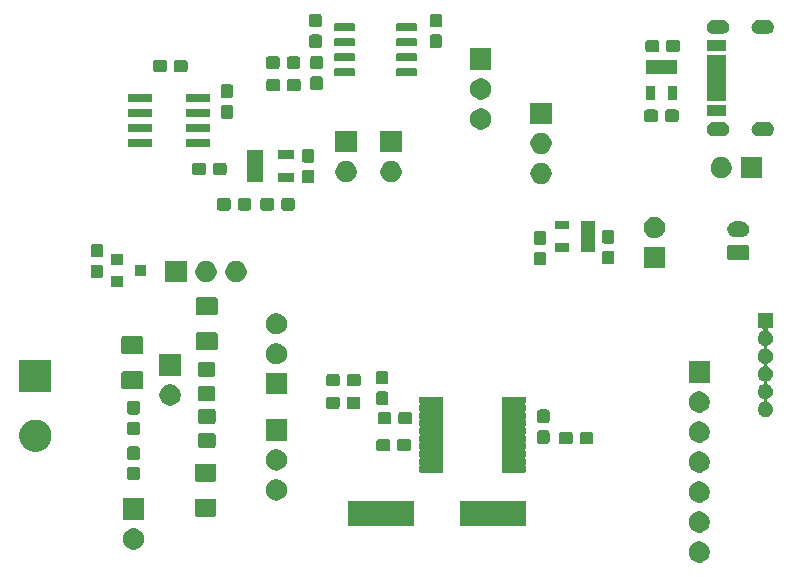
<source format=gts>
G04 #@! TF.GenerationSoftware,KiCad,Pcbnew,(5.1.5-0)*
G04 #@! TF.CreationDate,2022-02-20T15:53:08-07:00*
G04 #@! TF.ProjectId,cs5530,63733535-3330-42e6-9b69-6361645f7063,rev?*
G04 #@! TF.SameCoordinates,Original*
G04 #@! TF.FileFunction,Soldermask,Top*
G04 #@! TF.FilePolarity,Negative*
%FSLAX46Y46*%
G04 Gerber Fmt 4.6, Leading zero omitted, Abs format (unit mm)*
G04 Created by KiCad (PCBNEW (5.1.5-0)) date 2022-02-20 15:53:08*
%MOMM*%
%LPD*%
G04 APERTURE LIST*
%ADD10C,0.100000*%
G04 APERTURE END LIST*
D10*
G36*
X172013512Y-96243927D02*
G01*
X172162812Y-96273624D01*
X172326784Y-96341544D01*
X172474354Y-96440147D01*
X172599853Y-96565646D01*
X172698456Y-96713216D01*
X172766376Y-96877188D01*
X172801000Y-97051259D01*
X172801000Y-97228741D01*
X172766376Y-97402812D01*
X172698456Y-97566784D01*
X172599853Y-97714354D01*
X172474354Y-97839853D01*
X172326784Y-97938456D01*
X172162812Y-98006376D01*
X172013512Y-98036073D01*
X171988742Y-98041000D01*
X171811258Y-98041000D01*
X171786488Y-98036073D01*
X171637188Y-98006376D01*
X171473216Y-97938456D01*
X171325646Y-97839853D01*
X171200147Y-97714354D01*
X171101544Y-97566784D01*
X171033624Y-97402812D01*
X170999000Y-97228741D01*
X170999000Y-97051259D01*
X171033624Y-96877188D01*
X171101544Y-96713216D01*
X171200147Y-96565646D01*
X171325646Y-96440147D01*
X171473216Y-96341544D01*
X171637188Y-96273624D01*
X171786488Y-96243927D01*
X171811258Y-96239000D01*
X171988742Y-96239000D01*
X172013512Y-96243927D01*
G37*
G36*
X124113512Y-95143927D02*
G01*
X124262812Y-95173624D01*
X124426784Y-95241544D01*
X124574354Y-95340147D01*
X124699853Y-95465646D01*
X124798456Y-95613216D01*
X124866376Y-95777188D01*
X124901000Y-95951259D01*
X124901000Y-96128741D01*
X124866376Y-96302812D01*
X124798456Y-96466784D01*
X124699853Y-96614354D01*
X124574354Y-96739853D01*
X124426784Y-96838456D01*
X124262812Y-96906376D01*
X124113512Y-96936073D01*
X124088742Y-96941000D01*
X123911258Y-96941000D01*
X123886488Y-96936073D01*
X123737188Y-96906376D01*
X123573216Y-96838456D01*
X123425646Y-96739853D01*
X123300147Y-96614354D01*
X123201544Y-96466784D01*
X123133624Y-96302812D01*
X123099000Y-96128741D01*
X123099000Y-95951259D01*
X123133624Y-95777188D01*
X123201544Y-95613216D01*
X123300147Y-95465646D01*
X123425646Y-95340147D01*
X123573216Y-95241544D01*
X123737188Y-95173624D01*
X123886488Y-95143927D01*
X123911258Y-95139000D01*
X124088742Y-95139000D01*
X124113512Y-95143927D01*
G37*
G36*
X172013512Y-93703927D02*
G01*
X172162812Y-93733624D01*
X172326784Y-93801544D01*
X172474354Y-93900147D01*
X172599853Y-94025646D01*
X172698456Y-94173216D01*
X172766376Y-94337188D01*
X172801000Y-94511259D01*
X172801000Y-94688741D01*
X172766376Y-94862812D01*
X172698456Y-95026784D01*
X172599853Y-95174354D01*
X172474354Y-95299853D01*
X172326784Y-95398456D01*
X172162812Y-95466376D01*
X172013512Y-95496073D01*
X171988742Y-95501000D01*
X171811258Y-95501000D01*
X171786488Y-95496073D01*
X171637188Y-95466376D01*
X171473216Y-95398456D01*
X171325646Y-95299853D01*
X171200147Y-95174354D01*
X171101544Y-95026784D01*
X171033624Y-94862812D01*
X170999000Y-94688741D01*
X170999000Y-94511259D01*
X171033624Y-94337188D01*
X171101544Y-94173216D01*
X171200147Y-94025646D01*
X171325646Y-93900147D01*
X171473216Y-93801544D01*
X171637188Y-93733624D01*
X171786488Y-93703927D01*
X171811258Y-93699000D01*
X171988742Y-93699000D01*
X172013512Y-93703927D01*
G37*
G36*
X157251000Y-94951000D02*
G01*
X151649000Y-94951000D01*
X151649000Y-92849000D01*
X157251000Y-92849000D01*
X157251000Y-94951000D01*
G37*
G36*
X147751000Y-94951000D02*
G01*
X142149000Y-94951000D01*
X142149000Y-92849000D01*
X147751000Y-92849000D01*
X147751000Y-94951000D01*
G37*
G36*
X124901000Y-94401000D02*
G01*
X123099000Y-94401000D01*
X123099000Y-92599000D01*
X124901000Y-92599000D01*
X124901000Y-94401000D01*
G37*
G36*
X130875562Y-92640681D02*
G01*
X130910481Y-92651274D01*
X130942663Y-92668476D01*
X130970873Y-92691627D01*
X130994024Y-92719837D01*
X131011226Y-92752019D01*
X131021819Y-92786938D01*
X131026000Y-92829395D01*
X131026000Y-93970605D01*
X131021819Y-94013062D01*
X131011226Y-94047981D01*
X130994024Y-94080163D01*
X130970873Y-94108373D01*
X130942663Y-94131524D01*
X130910481Y-94148726D01*
X130875562Y-94159319D01*
X130833105Y-94163500D01*
X129366895Y-94163500D01*
X129324438Y-94159319D01*
X129289519Y-94148726D01*
X129257337Y-94131524D01*
X129229127Y-94108373D01*
X129205976Y-94080163D01*
X129188774Y-94047981D01*
X129178181Y-94013062D01*
X129174000Y-93970605D01*
X129174000Y-92829395D01*
X129178181Y-92786938D01*
X129188774Y-92752019D01*
X129205976Y-92719837D01*
X129229127Y-92691627D01*
X129257337Y-92668476D01*
X129289519Y-92651274D01*
X129324438Y-92640681D01*
X129366895Y-92636500D01*
X130833105Y-92636500D01*
X130875562Y-92640681D01*
G37*
G36*
X172013512Y-91163927D02*
G01*
X172162812Y-91193624D01*
X172326784Y-91261544D01*
X172474354Y-91360147D01*
X172599853Y-91485646D01*
X172698456Y-91633216D01*
X172766376Y-91797188D01*
X172796073Y-91946488D01*
X172800500Y-91968742D01*
X172801000Y-91971259D01*
X172801000Y-92148741D01*
X172766376Y-92322812D01*
X172698456Y-92486784D01*
X172599853Y-92634354D01*
X172474354Y-92759853D01*
X172326784Y-92858456D01*
X172162812Y-92926376D01*
X172013512Y-92956073D01*
X171988742Y-92961000D01*
X171811258Y-92961000D01*
X171786488Y-92956073D01*
X171637188Y-92926376D01*
X171473216Y-92858456D01*
X171325646Y-92759853D01*
X171200147Y-92634354D01*
X171101544Y-92486784D01*
X171033624Y-92322812D01*
X170999000Y-92148741D01*
X170999000Y-91971259D01*
X170999501Y-91968742D01*
X171003927Y-91946488D01*
X171033624Y-91797188D01*
X171101544Y-91633216D01*
X171200147Y-91485646D01*
X171325646Y-91360147D01*
X171473216Y-91261544D01*
X171637188Y-91193624D01*
X171786488Y-91163927D01*
X171811258Y-91159000D01*
X171988742Y-91159000D01*
X172013512Y-91163927D01*
G37*
G36*
X136213512Y-90983927D02*
G01*
X136362812Y-91013624D01*
X136526784Y-91081544D01*
X136674354Y-91180147D01*
X136799853Y-91305646D01*
X136898456Y-91453216D01*
X136966376Y-91617188D01*
X136996073Y-91766488D01*
X137001000Y-91791258D01*
X137001000Y-91968742D01*
X137000499Y-91971259D01*
X136966376Y-92142812D01*
X136898456Y-92306784D01*
X136799853Y-92454354D01*
X136674354Y-92579853D01*
X136526784Y-92678456D01*
X136362812Y-92746376D01*
X136213512Y-92776073D01*
X136188742Y-92781000D01*
X136011258Y-92781000D01*
X135986488Y-92776073D01*
X135837188Y-92746376D01*
X135673216Y-92678456D01*
X135525646Y-92579853D01*
X135400147Y-92454354D01*
X135301544Y-92306784D01*
X135233624Y-92142812D01*
X135199501Y-91971259D01*
X135199000Y-91968742D01*
X135199000Y-91791258D01*
X135203927Y-91766488D01*
X135233624Y-91617188D01*
X135301544Y-91453216D01*
X135400147Y-91305646D01*
X135525646Y-91180147D01*
X135673216Y-91081544D01*
X135837188Y-91013624D01*
X135986488Y-90983927D01*
X136011258Y-90979000D01*
X136188742Y-90979000D01*
X136213512Y-90983927D01*
G37*
G36*
X130875562Y-89665681D02*
G01*
X130910481Y-89676274D01*
X130942663Y-89693476D01*
X130970873Y-89716627D01*
X130994024Y-89744837D01*
X131011226Y-89777019D01*
X131021819Y-89811938D01*
X131026000Y-89854395D01*
X131026000Y-90995605D01*
X131021819Y-91038062D01*
X131011226Y-91072981D01*
X130994024Y-91105163D01*
X130970873Y-91133373D01*
X130942663Y-91156524D01*
X130910481Y-91173726D01*
X130875562Y-91184319D01*
X130833105Y-91188500D01*
X129366895Y-91188500D01*
X129324438Y-91184319D01*
X129289519Y-91173726D01*
X129257337Y-91156524D01*
X129229127Y-91133373D01*
X129205976Y-91105163D01*
X129188774Y-91072981D01*
X129178181Y-91038062D01*
X129174000Y-90995605D01*
X129174000Y-89854395D01*
X129178181Y-89811938D01*
X129188774Y-89777019D01*
X129205976Y-89744837D01*
X129229127Y-89716627D01*
X129257337Y-89693476D01*
X129289519Y-89676274D01*
X129324438Y-89665681D01*
X129366895Y-89661500D01*
X130833105Y-89661500D01*
X130875562Y-89665681D01*
G37*
G36*
X124364499Y-89928445D02*
G01*
X124401995Y-89939820D01*
X124436554Y-89958292D01*
X124466847Y-89983153D01*
X124491708Y-90013446D01*
X124510180Y-90048005D01*
X124521555Y-90085501D01*
X124526000Y-90130638D01*
X124526000Y-90869362D01*
X124521555Y-90914499D01*
X124510180Y-90951995D01*
X124491708Y-90986554D01*
X124466847Y-91016847D01*
X124436554Y-91041708D01*
X124401995Y-91060180D01*
X124364499Y-91071555D01*
X124319362Y-91076000D01*
X123680638Y-91076000D01*
X123635501Y-91071555D01*
X123598005Y-91060180D01*
X123563446Y-91041708D01*
X123533153Y-91016847D01*
X123508292Y-90986554D01*
X123489820Y-90951995D01*
X123478445Y-90914499D01*
X123474000Y-90869362D01*
X123474000Y-90130638D01*
X123478445Y-90085501D01*
X123489820Y-90048005D01*
X123508292Y-90013446D01*
X123533153Y-89983153D01*
X123563446Y-89958292D01*
X123598005Y-89939820D01*
X123635501Y-89928445D01*
X123680638Y-89924000D01*
X124319362Y-89924000D01*
X124364499Y-89928445D01*
G37*
G36*
X157130051Y-83976284D02*
G01*
X157146443Y-83981257D01*
X157161555Y-83989334D01*
X157174798Y-84000202D01*
X157185666Y-84013445D01*
X157193743Y-84028557D01*
X157198716Y-84044949D01*
X157201000Y-84068141D01*
X157201000Y-84481859D01*
X157198716Y-84505051D01*
X157193742Y-84521446D01*
X157183249Y-84541078D01*
X157173872Y-84563717D01*
X157169092Y-84587750D01*
X157169092Y-84612254D01*
X157173873Y-84636287D01*
X157183249Y-84658922D01*
X157193742Y-84678554D01*
X157198716Y-84694949D01*
X157201000Y-84718141D01*
X157201000Y-85131859D01*
X157198716Y-85155051D01*
X157193742Y-85171446D01*
X157183249Y-85191078D01*
X157173872Y-85213717D01*
X157169092Y-85237750D01*
X157169092Y-85262254D01*
X157173873Y-85286287D01*
X157183249Y-85308922D01*
X157193742Y-85328554D01*
X157198716Y-85344949D01*
X157201000Y-85368141D01*
X157201000Y-85781859D01*
X157198716Y-85805051D01*
X157193742Y-85821446D01*
X157183249Y-85841078D01*
X157173872Y-85863717D01*
X157169092Y-85887750D01*
X157169092Y-85912254D01*
X157173873Y-85936287D01*
X157183249Y-85958922D01*
X157193742Y-85978554D01*
X157198716Y-85994949D01*
X157201000Y-86018141D01*
X157201000Y-86431859D01*
X157198716Y-86455051D01*
X157193742Y-86471446D01*
X157183249Y-86491078D01*
X157173872Y-86513717D01*
X157169092Y-86537750D01*
X157169092Y-86562254D01*
X157173873Y-86586287D01*
X157183249Y-86608922D01*
X157193742Y-86628554D01*
X157198716Y-86644949D01*
X157201000Y-86668141D01*
X157201000Y-87081859D01*
X157198716Y-87105051D01*
X157193742Y-87121446D01*
X157183249Y-87141078D01*
X157173872Y-87163717D01*
X157169092Y-87187750D01*
X157169092Y-87212254D01*
X157173873Y-87236287D01*
X157183249Y-87258922D01*
X157193742Y-87278554D01*
X157198716Y-87294949D01*
X157201000Y-87318141D01*
X157201000Y-87731859D01*
X157198716Y-87755051D01*
X157193742Y-87771446D01*
X157183249Y-87791078D01*
X157173872Y-87813717D01*
X157169092Y-87837750D01*
X157169092Y-87862254D01*
X157173873Y-87886287D01*
X157183249Y-87908922D01*
X157193742Y-87928554D01*
X157198716Y-87944949D01*
X157201000Y-87968141D01*
X157201000Y-88381859D01*
X157198716Y-88405051D01*
X157193742Y-88421446D01*
X157183249Y-88441078D01*
X157173872Y-88463717D01*
X157169092Y-88487750D01*
X157169092Y-88512254D01*
X157173873Y-88536287D01*
X157183249Y-88558922D01*
X157193742Y-88578554D01*
X157198716Y-88594949D01*
X157201000Y-88618141D01*
X157201000Y-89031859D01*
X157198716Y-89055051D01*
X157193742Y-89071446D01*
X157183249Y-89091078D01*
X157173872Y-89113717D01*
X157169092Y-89137750D01*
X157169092Y-89162254D01*
X157173873Y-89186287D01*
X157183249Y-89208922D01*
X157193742Y-89228554D01*
X157198716Y-89244949D01*
X157201000Y-89268141D01*
X157201000Y-89681859D01*
X157198716Y-89705051D01*
X157193742Y-89721446D01*
X157183249Y-89741078D01*
X157173872Y-89763717D01*
X157169092Y-89787750D01*
X157169092Y-89812254D01*
X157173873Y-89836287D01*
X157183249Y-89858922D01*
X157193742Y-89878554D01*
X157198716Y-89894949D01*
X157201000Y-89918141D01*
X157201000Y-90331859D01*
X157198716Y-90355051D01*
X157193743Y-90371443D01*
X157185666Y-90386555D01*
X157174798Y-90399798D01*
X157161555Y-90410666D01*
X157146443Y-90418743D01*
X157130051Y-90423716D01*
X157106859Y-90426000D01*
X155293141Y-90426000D01*
X155269949Y-90423716D01*
X155253557Y-90418743D01*
X155238445Y-90410666D01*
X155225202Y-90399798D01*
X155214334Y-90386555D01*
X155206257Y-90371443D01*
X155201284Y-90355051D01*
X155199000Y-90331859D01*
X155199000Y-89918141D01*
X155201284Y-89894949D01*
X155206258Y-89878554D01*
X155216751Y-89858922D01*
X155226128Y-89836283D01*
X155230908Y-89812250D01*
X155230908Y-89787746D01*
X155226127Y-89763713D01*
X155216751Y-89741078D01*
X155206258Y-89721446D01*
X155201284Y-89705051D01*
X155199000Y-89681859D01*
X155199000Y-89268141D01*
X155201284Y-89244949D01*
X155206258Y-89228554D01*
X155216751Y-89208922D01*
X155226128Y-89186283D01*
X155230908Y-89162250D01*
X155230908Y-89137746D01*
X155226127Y-89113713D01*
X155216751Y-89091078D01*
X155206258Y-89071446D01*
X155201284Y-89055051D01*
X155199000Y-89031859D01*
X155199000Y-88618141D01*
X155201284Y-88594949D01*
X155206258Y-88578554D01*
X155216751Y-88558922D01*
X155226128Y-88536283D01*
X155230908Y-88512250D01*
X155230908Y-88487746D01*
X155226127Y-88463713D01*
X155216751Y-88441078D01*
X155206258Y-88421446D01*
X155201284Y-88405051D01*
X155199000Y-88381859D01*
X155199000Y-87968141D01*
X155201284Y-87944949D01*
X155206258Y-87928554D01*
X155216751Y-87908922D01*
X155226128Y-87886283D01*
X155230908Y-87862250D01*
X155230908Y-87837746D01*
X155226127Y-87813713D01*
X155216751Y-87791078D01*
X155206258Y-87771446D01*
X155201284Y-87755051D01*
X155199000Y-87731859D01*
X155199000Y-87318141D01*
X155201284Y-87294949D01*
X155206258Y-87278554D01*
X155216751Y-87258922D01*
X155226128Y-87236283D01*
X155230908Y-87212250D01*
X155230908Y-87187746D01*
X155226127Y-87163713D01*
X155216751Y-87141078D01*
X155206258Y-87121446D01*
X155201284Y-87105051D01*
X155199000Y-87081859D01*
X155199000Y-86668141D01*
X155201284Y-86644949D01*
X155206258Y-86628554D01*
X155216751Y-86608922D01*
X155226128Y-86586283D01*
X155230908Y-86562250D01*
X155230908Y-86537746D01*
X155226127Y-86513713D01*
X155216751Y-86491078D01*
X155206258Y-86471446D01*
X155201284Y-86455051D01*
X155199000Y-86431859D01*
X155199000Y-86018141D01*
X155201284Y-85994949D01*
X155206258Y-85978554D01*
X155216751Y-85958922D01*
X155226128Y-85936283D01*
X155230908Y-85912250D01*
X155230908Y-85887746D01*
X155226127Y-85863713D01*
X155216751Y-85841078D01*
X155206258Y-85821446D01*
X155201284Y-85805051D01*
X155199000Y-85781859D01*
X155199000Y-85368141D01*
X155201284Y-85344949D01*
X155206258Y-85328554D01*
X155216751Y-85308922D01*
X155226128Y-85286283D01*
X155230908Y-85262250D01*
X155230908Y-85237746D01*
X155226127Y-85213713D01*
X155216751Y-85191078D01*
X155206258Y-85171446D01*
X155201284Y-85155051D01*
X155199000Y-85131859D01*
X155199000Y-84718141D01*
X155201284Y-84694949D01*
X155206258Y-84678554D01*
X155216751Y-84658922D01*
X155226128Y-84636283D01*
X155230908Y-84612250D01*
X155230908Y-84587746D01*
X155226127Y-84563713D01*
X155216751Y-84541078D01*
X155206258Y-84521446D01*
X155201284Y-84505051D01*
X155199000Y-84481859D01*
X155199000Y-84068141D01*
X155201284Y-84044949D01*
X155206257Y-84028557D01*
X155214334Y-84013445D01*
X155225202Y-84000202D01*
X155238445Y-83989334D01*
X155253557Y-83981257D01*
X155269949Y-83976284D01*
X155293141Y-83974000D01*
X157106859Y-83974000D01*
X157130051Y-83976284D01*
G37*
G36*
X150130051Y-83976284D02*
G01*
X150146443Y-83981257D01*
X150161555Y-83989334D01*
X150174798Y-84000202D01*
X150185666Y-84013445D01*
X150193743Y-84028557D01*
X150198716Y-84044949D01*
X150201000Y-84068141D01*
X150201000Y-84481859D01*
X150198716Y-84505051D01*
X150193742Y-84521446D01*
X150183249Y-84541078D01*
X150173872Y-84563717D01*
X150169092Y-84587750D01*
X150169092Y-84612254D01*
X150173873Y-84636287D01*
X150183249Y-84658922D01*
X150193742Y-84678554D01*
X150198716Y-84694949D01*
X150201000Y-84718141D01*
X150201000Y-85131859D01*
X150198716Y-85155051D01*
X150193742Y-85171446D01*
X150183249Y-85191078D01*
X150173872Y-85213717D01*
X150169092Y-85237750D01*
X150169092Y-85262254D01*
X150173873Y-85286287D01*
X150183249Y-85308922D01*
X150193742Y-85328554D01*
X150198716Y-85344949D01*
X150201000Y-85368141D01*
X150201000Y-85781859D01*
X150198716Y-85805051D01*
X150193742Y-85821446D01*
X150183249Y-85841078D01*
X150173872Y-85863717D01*
X150169092Y-85887750D01*
X150169092Y-85912254D01*
X150173873Y-85936287D01*
X150183249Y-85958922D01*
X150193742Y-85978554D01*
X150198716Y-85994949D01*
X150201000Y-86018141D01*
X150201000Y-86431859D01*
X150198716Y-86455051D01*
X150193742Y-86471446D01*
X150183249Y-86491078D01*
X150173872Y-86513717D01*
X150169092Y-86537750D01*
X150169092Y-86562254D01*
X150173873Y-86586287D01*
X150183249Y-86608922D01*
X150193742Y-86628554D01*
X150198716Y-86644949D01*
X150201000Y-86668141D01*
X150201000Y-87081859D01*
X150198716Y-87105051D01*
X150193742Y-87121446D01*
X150183249Y-87141078D01*
X150173872Y-87163717D01*
X150169092Y-87187750D01*
X150169092Y-87212254D01*
X150173873Y-87236287D01*
X150183249Y-87258922D01*
X150193742Y-87278554D01*
X150198716Y-87294949D01*
X150201000Y-87318141D01*
X150201000Y-87731859D01*
X150198716Y-87755051D01*
X150193742Y-87771446D01*
X150183249Y-87791078D01*
X150173872Y-87813717D01*
X150169092Y-87837750D01*
X150169092Y-87862254D01*
X150173873Y-87886287D01*
X150183249Y-87908922D01*
X150193742Y-87928554D01*
X150198716Y-87944949D01*
X150201000Y-87968141D01*
X150201000Y-88381859D01*
X150198716Y-88405051D01*
X150193742Y-88421446D01*
X150183249Y-88441078D01*
X150173872Y-88463717D01*
X150169092Y-88487750D01*
X150169092Y-88512254D01*
X150173873Y-88536287D01*
X150183249Y-88558922D01*
X150193742Y-88578554D01*
X150198716Y-88594949D01*
X150201000Y-88618141D01*
X150201000Y-89031859D01*
X150198716Y-89055051D01*
X150193742Y-89071446D01*
X150183249Y-89091078D01*
X150173872Y-89113717D01*
X150169092Y-89137750D01*
X150169092Y-89162254D01*
X150173873Y-89186287D01*
X150183249Y-89208922D01*
X150193742Y-89228554D01*
X150198716Y-89244949D01*
X150201000Y-89268141D01*
X150201000Y-89681859D01*
X150198716Y-89705051D01*
X150193742Y-89721446D01*
X150183249Y-89741078D01*
X150173872Y-89763717D01*
X150169092Y-89787750D01*
X150169092Y-89812254D01*
X150173873Y-89836287D01*
X150183249Y-89858922D01*
X150193742Y-89878554D01*
X150198716Y-89894949D01*
X150201000Y-89918141D01*
X150201000Y-90331859D01*
X150198716Y-90355051D01*
X150193743Y-90371443D01*
X150185666Y-90386555D01*
X150174798Y-90399798D01*
X150161555Y-90410666D01*
X150146443Y-90418743D01*
X150130051Y-90423716D01*
X150106859Y-90426000D01*
X148293141Y-90426000D01*
X148269949Y-90423716D01*
X148253557Y-90418743D01*
X148238445Y-90410666D01*
X148225202Y-90399798D01*
X148214334Y-90386555D01*
X148206257Y-90371443D01*
X148201284Y-90355051D01*
X148199000Y-90331859D01*
X148199000Y-89918141D01*
X148201284Y-89894949D01*
X148206258Y-89878554D01*
X148216751Y-89858922D01*
X148226128Y-89836283D01*
X148230908Y-89812250D01*
X148230908Y-89787746D01*
X148226127Y-89763713D01*
X148216751Y-89741078D01*
X148206258Y-89721446D01*
X148201284Y-89705051D01*
X148199000Y-89681859D01*
X148199000Y-89268141D01*
X148201284Y-89244949D01*
X148206258Y-89228554D01*
X148216751Y-89208922D01*
X148226128Y-89186283D01*
X148230908Y-89162250D01*
X148230908Y-89137746D01*
X148226127Y-89113713D01*
X148216751Y-89091078D01*
X148206258Y-89071446D01*
X148201284Y-89055051D01*
X148199000Y-89031859D01*
X148199000Y-88618141D01*
X148201284Y-88594949D01*
X148206258Y-88578554D01*
X148216751Y-88558922D01*
X148226128Y-88536283D01*
X148230908Y-88512250D01*
X148230908Y-88487746D01*
X148226127Y-88463713D01*
X148216751Y-88441078D01*
X148206258Y-88421446D01*
X148201284Y-88405051D01*
X148199000Y-88381859D01*
X148199000Y-87968141D01*
X148201284Y-87944949D01*
X148206258Y-87928554D01*
X148216751Y-87908922D01*
X148226128Y-87886283D01*
X148230908Y-87862250D01*
X148230908Y-87837746D01*
X148226127Y-87813713D01*
X148216751Y-87791078D01*
X148206258Y-87771446D01*
X148201284Y-87755051D01*
X148199000Y-87731859D01*
X148199000Y-87318141D01*
X148201284Y-87294949D01*
X148206258Y-87278554D01*
X148216751Y-87258922D01*
X148226128Y-87236283D01*
X148230908Y-87212250D01*
X148230908Y-87187746D01*
X148226127Y-87163713D01*
X148216751Y-87141078D01*
X148206258Y-87121446D01*
X148201284Y-87105051D01*
X148199000Y-87081859D01*
X148199000Y-86668141D01*
X148201284Y-86644949D01*
X148206258Y-86628554D01*
X148216751Y-86608922D01*
X148226128Y-86586283D01*
X148230908Y-86562250D01*
X148230908Y-86537746D01*
X148226127Y-86513713D01*
X148216751Y-86491078D01*
X148206258Y-86471446D01*
X148201284Y-86455051D01*
X148199000Y-86431859D01*
X148199000Y-86018141D01*
X148201284Y-85994949D01*
X148206258Y-85978554D01*
X148216751Y-85958922D01*
X148226128Y-85936283D01*
X148230908Y-85912250D01*
X148230908Y-85887746D01*
X148226127Y-85863713D01*
X148216751Y-85841078D01*
X148206258Y-85821446D01*
X148201284Y-85805051D01*
X148199000Y-85781859D01*
X148199000Y-85368141D01*
X148201284Y-85344949D01*
X148206258Y-85328554D01*
X148216751Y-85308922D01*
X148226128Y-85286283D01*
X148230908Y-85262250D01*
X148230908Y-85237746D01*
X148226127Y-85213713D01*
X148216751Y-85191078D01*
X148206258Y-85171446D01*
X148201284Y-85155051D01*
X148199000Y-85131859D01*
X148199000Y-84718141D01*
X148201284Y-84694949D01*
X148206258Y-84678554D01*
X148216751Y-84658922D01*
X148226128Y-84636283D01*
X148230908Y-84612250D01*
X148230908Y-84587746D01*
X148226127Y-84563713D01*
X148216751Y-84541078D01*
X148206258Y-84521446D01*
X148201284Y-84505051D01*
X148199000Y-84481859D01*
X148199000Y-84068141D01*
X148201284Y-84044949D01*
X148206257Y-84028557D01*
X148214334Y-84013445D01*
X148225202Y-84000202D01*
X148238445Y-83989334D01*
X148253557Y-83981257D01*
X148269949Y-83976284D01*
X148293141Y-83974000D01*
X150106859Y-83974000D01*
X150130051Y-83976284D01*
G37*
G36*
X172013512Y-88623927D02*
G01*
X172162812Y-88653624D01*
X172326784Y-88721544D01*
X172474354Y-88820147D01*
X172599853Y-88945646D01*
X172698456Y-89093216D01*
X172766376Y-89257188D01*
X172780063Y-89326000D01*
X172800500Y-89428742D01*
X172801000Y-89431259D01*
X172801000Y-89608741D01*
X172766376Y-89782812D01*
X172698456Y-89946784D01*
X172599853Y-90094354D01*
X172474354Y-90219853D01*
X172326784Y-90318456D01*
X172162812Y-90386376D01*
X172021198Y-90414544D01*
X171988742Y-90421000D01*
X171811258Y-90421000D01*
X171778802Y-90414544D01*
X171637188Y-90386376D01*
X171473216Y-90318456D01*
X171325646Y-90219853D01*
X171200147Y-90094354D01*
X171101544Y-89946784D01*
X171033624Y-89782812D01*
X170999000Y-89608741D01*
X170999000Y-89431259D01*
X170999501Y-89428742D01*
X171019937Y-89326000D01*
X171033624Y-89257188D01*
X171101544Y-89093216D01*
X171200147Y-88945646D01*
X171325646Y-88820147D01*
X171473216Y-88721544D01*
X171637188Y-88653624D01*
X171786488Y-88623927D01*
X171811258Y-88619000D01*
X171988742Y-88619000D01*
X172013512Y-88623927D01*
G37*
G36*
X136213512Y-88443927D02*
G01*
X136362812Y-88473624D01*
X136526784Y-88541544D01*
X136674354Y-88640147D01*
X136799853Y-88765646D01*
X136898456Y-88913216D01*
X136966376Y-89077188D01*
X136991201Y-89201995D01*
X137001000Y-89251258D01*
X137001000Y-89428742D01*
X137000499Y-89431259D01*
X136966376Y-89602812D01*
X136898456Y-89766784D01*
X136799853Y-89914354D01*
X136674354Y-90039853D01*
X136526784Y-90138456D01*
X136362812Y-90206376D01*
X136213512Y-90236073D01*
X136188742Y-90241000D01*
X136011258Y-90241000D01*
X135986488Y-90236073D01*
X135837188Y-90206376D01*
X135673216Y-90138456D01*
X135525646Y-90039853D01*
X135400147Y-89914354D01*
X135301544Y-89766784D01*
X135233624Y-89602812D01*
X135199501Y-89431259D01*
X135199000Y-89428742D01*
X135199000Y-89251258D01*
X135208799Y-89201995D01*
X135233624Y-89077188D01*
X135301544Y-88913216D01*
X135400147Y-88765646D01*
X135525646Y-88640147D01*
X135673216Y-88541544D01*
X135837188Y-88473624D01*
X135986488Y-88443927D01*
X136011258Y-88439000D01*
X136188742Y-88439000D01*
X136213512Y-88443927D01*
G37*
G36*
X124364499Y-88178445D02*
G01*
X124401995Y-88189820D01*
X124436554Y-88208292D01*
X124466847Y-88233153D01*
X124491708Y-88263446D01*
X124510180Y-88298005D01*
X124521555Y-88335501D01*
X124526000Y-88380638D01*
X124526000Y-89119362D01*
X124521555Y-89164499D01*
X124510180Y-89201995D01*
X124491708Y-89236554D01*
X124466847Y-89266847D01*
X124436554Y-89291708D01*
X124401995Y-89310180D01*
X124364499Y-89321555D01*
X124319362Y-89326000D01*
X123680638Y-89326000D01*
X123635501Y-89321555D01*
X123598005Y-89310180D01*
X123563446Y-89291708D01*
X123533153Y-89266847D01*
X123508292Y-89236554D01*
X123489820Y-89201995D01*
X123478445Y-89164499D01*
X123474000Y-89119362D01*
X123474000Y-88380638D01*
X123478445Y-88335501D01*
X123489820Y-88298005D01*
X123508292Y-88263446D01*
X123533153Y-88233153D01*
X123563446Y-88208292D01*
X123598005Y-88189820D01*
X123635501Y-88178445D01*
X123680638Y-88174000D01*
X124319362Y-88174000D01*
X124364499Y-88178445D01*
G37*
G36*
X116094072Y-85980918D02*
G01*
X116295856Y-86064499D01*
X116339939Y-86082759D01*
X116442617Y-86151367D01*
X116561211Y-86230609D01*
X116749391Y-86418789D01*
X116812817Y-86513713D01*
X116882554Y-86618080D01*
X116897242Y-86640063D01*
X116999082Y-86885928D01*
X117051000Y-87146937D01*
X117051000Y-87413063D01*
X116999082Y-87674072D01*
X116901725Y-87909115D01*
X116897241Y-87919939D01*
X116839750Y-88005980D01*
X116749391Y-88141211D01*
X116561211Y-88329391D01*
X116484515Y-88380638D01*
X116339939Y-88477241D01*
X116339938Y-88477242D01*
X116339937Y-88477242D01*
X116094072Y-88579082D01*
X115833063Y-88631000D01*
X115566937Y-88631000D01*
X115305928Y-88579082D01*
X115060063Y-88477242D01*
X115060062Y-88477242D01*
X115060061Y-88477241D01*
X114915485Y-88380638D01*
X114838789Y-88329391D01*
X114650609Y-88141211D01*
X114560250Y-88005980D01*
X114502759Y-87919939D01*
X114498276Y-87909115D01*
X114400918Y-87674072D01*
X114349000Y-87413063D01*
X114349000Y-87146937D01*
X114400918Y-86885928D01*
X114502758Y-86640063D01*
X114517447Y-86618080D01*
X114587183Y-86513713D01*
X114650609Y-86418789D01*
X114838789Y-86230609D01*
X114957383Y-86151367D01*
X115060061Y-86082759D01*
X115104145Y-86064499D01*
X115305928Y-85980918D01*
X115566937Y-85929000D01*
X115833063Y-85929000D01*
X116094072Y-85980918D01*
G37*
G36*
X147314499Y-87578445D02*
G01*
X147351995Y-87589820D01*
X147386554Y-87608292D01*
X147416847Y-87633153D01*
X147441708Y-87663446D01*
X147460180Y-87698005D01*
X147471555Y-87735501D01*
X147476000Y-87780638D01*
X147476000Y-88419362D01*
X147471555Y-88464499D01*
X147460180Y-88501995D01*
X147441708Y-88536554D01*
X147416847Y-88566847D01*
X147386554Y-88591708D01*
X147351995Y-88610180D01*
X147314499Y-88621555D01*
X147269362Y-88626000D01*
X146530638Y-88626000D01*
X146485501Y-88621555D01*
X146448005Y-88610180D01*
X146413446Y-88591708D01*
X146383153Y-88566847D01*
X146358292Y-88536554D01*
X146339820Y-88501995D01*
X146328445Y-88464499D01*
X146324000Y-88419362D01*
X146324000Y-87780638D01*
X146328445Y-87735501D01*
X146339820Y-87698005D01*
X146358292Y-87663446D01*
X146383153Y-87633153D01*
X146413446Y-87608292D01*
X146448005Y-87589820D01*
X146485501Y-87578445D01*
X146530638Y-87574000D01*
X147269362Y-87574000D01*
X147314499Y-87578445D01*
G37*
G36*
X145564499Y-87578445D02*
G01*
X145601995Y-87589820D01*
X145636554Y-87608292D01*
X145666847Y-87633153D01*
X145691708Y-87663446D01*
X145710180Y-87698005D01*
X145721555Y-87735501D01*
X145726000Y-87780638D01*
X145726000Y-88419362D01*
X145721555Y-88464499D01*
X145710180Y-88501995D01*
X145691708Y-88536554D01*
X145666847Y-88566847D01*
X145636554Y-88591708D01*
X145601995Y-88610180D01*
X145564499Y-88621555D01*
X145519362Y-88626000D01*
X144780638Y-88626000D01*
X144735501Y-88621555D01*
X144698005Y-88610180D01*
X144663446Y-88591708D01*
X144633153Y-88566847D01*
X144608292Y-88536554D01*
X144589820Y-88501995D01*
X144578445Y-88464499D01*
X144574000Y-88419362D01*
X144574000Y-87780638D01*
X144578445Y-87735501D01*
X144589820Y-87698005D01*
X144608292Y-87663446D01*
X144633153Y-87633153D01*
X144663446Y-87608292D01*
X144698005Y-87589820D01*
X144735501Y-87578445D01*
X144780638Y-87574000D01*
X145519362Y-87574000D01*
X145564499Y-87578445D01*
G37*
G36*
X130788674Y-87078465D02*
G01*
X130826367Y-87089899D01*
X130861103Y-87108466D01*
X130891548Y-87133452D01*
X130916534Y-87163897D01*
X130935101Y-87198633D01*
X130946535Y-87236326D01*
X130951000Y-87281661D01*
X130951000Y-88118339D01*
X130946535Y-88163674D01*
X130935101Y-88201367D01*
X130916534Y-88236103D01*
X130891548Y-88266548D01*
X130861103Y-88291534D01*
X130826367Y-88310101D01*
X130788674Y-88321535D01*
X130743339Y-88326000D01*
X129656661Y-88326000D01*
X129611326Y-88321535D01*
X129573633Y-88310101D01*
X129538897Y-88291534D01*
X129508452Y-88266548D01*
X129483466Y-88236103D01*
X129464899Y-88201367D01*
X129453465Y-88163674D01*
X129449000Y-88118339D01*
X129449000Y-87281661D01*
X129453465Y-87236326D01*
X129464899Y-87198633D01*
X129483466Y-87163897D01*
X129508452Y-87133452D01*
X129538897Y-87108466D01*
X129573633Y-87089899D01*
X129611326Y-87078465D01*
X129656661Y-87074000D01*
X130743339Y-87074000D01*
X130788674Y-87078465D01*
G37*
G36*
X161014499Y-86978445D02*
G01*
X161051995Y-86989820D01*
X161086554Y-87008292D01*
X161116847Y-87033153D01*
X161141708Y-87063446D01*
X161160180Y-87098005D01*
X161171555Y-87135501D01*
X161176000Y-87180638D01*
X161176000Y-87819362D01*
X161171555Y-87864499D01*
X161160180Y-87901995D01*
X161141708Y-87936554D01*
X161116847Y-87966847D01*
X161086554Y-87991708D01*
X161051995Y-88010180D01*
X161014499Y-88021555D01*
X160969362Y-88026000D01*
X160230638Y-88026000D01*
X160185501Y-88021555D01*
X160148005Y-88010180D01*
X160113446Y-87991708D01*
X160083153Y-87966847D01*
X160058292Y-87936554D01*
X160039820Y-87901995D01*
X160028445Y-87864499D01*
X160024000Y-87819362D01*
X160024000Y-87180638D01*
X160028445Y-87135501D01*
X160039820Y-87098005D01*
X160058292Y-87063446D01*
X160083153Y-87033153D01*
X160113446Y-87008292D01*
X160148005Y-86989820D01*
X160185501Y-86978445D01*
X160230638Y-86974000D01*
X160969362Y-86974000D01*
X161014499Y-86978445D01*
G37*
G36*
X162764499Y-86978445D02*
G01*
X162801995Y-86989820D01*
X162836554Y-87008292D01*
X162866847Y-87033153D01*
X162891708Y-87063446D01*
X162910180Y-87098005D01*
X162921555Y-87135501D01*
X162926000Y-87180638D01*
X162926000Y-87819362D01*
X162921555Y-87864499D01*
X162910180Y-87901995D01*
X162891708Y-87936554D01*
X162866847Y-87966847D01*
X162836554Y-87991708D01*
X162801995Y-88010180D01*
X162764499Y-88021555D01*
X162719362Y-88026000D01*
X161980638Y-88026000D01*
X161935501Y-88021555D01*
X161898005Y-88010180D01*
X161863446Y-87991708D01*
X161833153Y-87966847D01*
X161808292Y-87936554D01*
X161789820Y-87901995D01*
X161778445Y-87864499D01*
X161774000Y-87819362D01*
X161774000Y-87180638D01*
X161778445Y-87135501D01*
X161789820Y-87098005D01*
X161808292Y-87063446D01*
X161833153Y-87033153D01*
X161863446Y-87008292D01*
X161898005Y-86989820D01*
X161935501Y-86978445D01*
X161980638Y-86974000D01*
X162719362Y-86974000D01*
X162764499Y-86978445D01*
G37*
G36*
X159064499Y-86828445D02*
G01*
X159101995Y-86839820D01*
X159136554Y-86858292D01*
X159166847Y-86883153D01*
X159191708Y-86913446D01*
X159210180Y-86948005D01*
X159221555Y-86985501D01*
X159226000Y-87030638D01*
X159226000Y-87769362D01*
X159221555Y-87814499D01*
X159210180Y-87851995D01*
X159191708Y-87886554D01*
X159166847Y-87916847D01*
X159136554Y-87941708D01*
X159101995Y-87960180D01*
X159064499Y-87971555D01*
X159019362Y-87976000D01*
X158380638Y-87976000D01*
X158335501Y-87971555D01*
X158298005Y-87960180D01*
X158263446Y-87941708D01*
X158233153Y-87916847D01*
X158208292Y-87886554D01*
X158189820Y-87851995D01*
X158178445Y-87814499D01*
X158174000Y-87769362D01*
X158174000Y-87030638D01*
X158178445Y-86985501D01*
X158189820Y-86948005D01*
X158208292Y-86913446D01*
X158233153Y-86883153D01*
X158263446Y-86858292D01*
X158298005Y-86839820D01*
X158335501Y-86828445D01*
X158380638Y-86824000D01*
X159019362Y-86824000D01*
X159064499Y-86828445D01*
G37*
G36*
X172007634Y-86082758D02*
G01*
X172162812Y-86113624D01*
X172326784Y-86181544D01*
X172474354Y-86280147D01*
X172599853Y-86405646D01*
X172698456Y-86553216D01*
X172766376Y-86717188D01*
X172801000Y-86891259D01*
X172801000Y-87068741D01*
X172766376Y-87242812D01*
X172698456Y-87406784D01*
X172599853Y-87554354D01*
X172474354Y-87679853D01*
X172326784Y-87778456D01*
X172162812Y-87846376D01*
X172023933Y-87874000D01*
X171988742Y-87881000D01*
X171811258Y-87881000D01*
X171776067Y-87874000D01*
X171637188Y-87846376D01*
X171473216Y-87778456D01*
X171325646Y-87679853D01*
X171200147Y-87554354D01*
X171101544Y-87406784D01*
X171033624Y-87242812D01*
X170999000Y-87068741D01*
X170999000Y-86891259D01*
X171033624Y-86717188D01*
X171101544Y-86553216D01*
X171200147Y-86405646D01*
X171325646Y-86280147D01*
X171473216Y-86181544D01*
X171637188Y-86113624D01*
X171792366Y-86082758D01*
X171811258Y-86079000D01*
X171988742Y-86079000D01*
X172007634Y-86082758D01*
G37*
G36*
X137001000Y-87701000D02*
G01*
X135199000Y-87701000D01*
X135199000Y-85899000D01*
X137001000Y-85899000D01*
X137001000Y-87701000D01*
G37*
G36*
X124364499Y-86103445D02*
G01*
X124401995Y-86114820D01*
X124436554Y-86133292D01*
X124466847Y-86158153D01*
X124491708Y-86188446D01*
X124510180Y-86223005D01*
X124521555Y-86260501D01*
X124526000Y-86305638D01*
X124526000Y-87044362D01*
X124521555Y-87089499D01*
X124510180Y-87126995D01*
X124491708Y-87161554D01*
X124466847Y-87191847D01*
X124436554Y-87216708D01*
X124401995Y-87235180D01*
X124364499Y-87246555D01*
X124319362Y-87251000D01*
X123680638Y-87251000D01*
X123635501Y-87246555D01*
X123598005Y-87235180D01*
X123563446Y-87216708D01*
X123533153Y-87191847D01*
X123508292Y-87161554D01*
X123489820Y-87126995D01*
X123478445Y-87089499D01*
X123474000Y-87044362D01*
X123474000Y-86305638D01*
X123478445Y-86260501D01*
X123489820Y-86223005D01*
X123508292Y-86188446D01*
X123533153Y-86158153D01*
X123563446Y-86133292D01*
X123598005Y-86114820D01*
X123635501Y-86103445D01*
X123680638Y-86099000D01*
X124319362Y-86099000D01*
X124364499Y-86103445D01*
G37*
G36*
X145664499Y-85278445D02*
G01*
X145701995Y-85289820D01*
X145736554Y-85308292D01*
X145766847Y-85333153D01*
X145791708Y-85363446D01*
X145810180Y-85398005D01*
X145821555Y-85435501D01*
X145826000Y-85480638D01*
X145826000Y-86119362D01*
X145821555Y-86164499D01*
X145810180Y-86201995D01*
X145791708Y-86236554D01*
X145766847Y-86266847D01*
X145736554Y-86291708D01*
X145701995Y-86310180D01*
X145664499Y-86321555D01*
X145619362Y-86326000D01*
X144880638Y-86326000D01*
X144835501Y-86321555D01*
X144798005Y-86310180D01*
X144763446Y-86291708D01*
X144733153Y-86266847D01*
X144708292Y-86236554D01*
X144689820Y-86201995D01*
X144678445Y-86164499D01*
X144674000Y-86119362D01*
X144674000Y-85480638D01*
X144678445Y-85435501D01*
X144689820Y-85398005D01*
X144708292Y-85363446D01*
X144733153Y-85333153D01*
X144763446Y-85308292D01*
X144798005Y-85289820D01*
X144835501Y-85278445D01*
X144880638Y-85274000D01*
X145619362Y-85274000D01*
X145664499Y-85278445D01*
G37*
G36*
X147414499Y-85278445D02*
G01*
X147451995Y-85289820D01*
X147486554Y-85308292D01*
X147516847Y-85333153D01*
X147541708Y-85363446D01*
X147560180Y-85398005D01*
X147571555Y-85435501D01*
X147576000Y-85480638D01*
X147576000Y-86119362D01*
X147571555Y-86164499D01*
X147560180Y-86201995D01*
X147541708Y-86236554D01*
X147516847Y-86266847D01*
X147486554Y-86291708D01*
X147451995Y-86310180D01*
X147414499Y-86321555D01*
X147369362Y-86326000D01*
X146630638Y-86326000D01*
X146585501Y-86321555D01*
X146548005Y-86310180D01*
X146513446Y-86291708D01*
X146483153Y-86266847D01*
X146458292Y-86236554D01*
X146439820Y-86201995D01*
X146428445Y-86164499D01*
X146424000Y-86119362D01*
X146424000Y-85480638D01*
X146428445Y-85435501D01*
X146439820Y-85398005D01*
X146458292Y-85363446D01*
X146483153Y-85333153D01*
X146513446Y-85308292D01*
X146548005Y-85289820D01*
X146585501Y-85278445D01*
X146630638Y-85274000D01*
X147369362Y-85274000D01*
X147414499Y-85278445D01*
G37*
G36*
X130788674Y-85028465D02*
G01*
X130826367Y-85039899D01*
X130861103Y-85058466D01*
X130891548Y-85083452D01*
X130916534Y-85113897D01*
X130935101Y-85148633D01*
X130946535Y-85186326D01*
X130951000Y-85231661D01*
X130951000Y-86068339D01*
X130946535Y-86113674D01*
X130935101Y-86151367D01*
X130916534Y-86186103D01*
X130891548Y-86216548D01*
X130861103Y-86241534D01*
X130826367Y-86260101D01*
X130788674Y-86271535D01*
X130743339Y-86276000D01*
X129656661Y-86276000D01*
X129611326Y-86271535D01*
X129573633Y-86260101D01*
X129538897Y-86241534D01*
X129508452Y-86216548D01*
X129483466Y-86186103D01*
X129464899Y-86151367D01*
X129453465Y-86113674D01*
X129449000Y-86068339D01*
X129449000Y-85231661D01*
X129453465Y-85186326D01*
X129464899Y-85148633D01*
X129483466Y-85113897D01*
X129508452Y-85083452D01*
X129538897Y-85058466D01*
X129573633Y-85039899D01*
X129611326Y-85028465D01*
X129656661Y-85024000D01*
X130743339Y-85024000D01*
X130788674Y-85028465D01*
G37*
G36*
X159064499Y-85078445D02*
G01*
X159101995Y-85089820D01*
X159136554Y-85108292D01*
X159166847Y-85133153D01*
X159191708Y-85163446D01*
X159210180Y-85198005D01*
X159221555Y-85235501D01*
X159226000Y-85280638D01*
X159226000Y-86019362D01*
X159221555Y-86064499D01*
X159210180Y-86101995D01*
X159191708Y-86136554D01*
X159166847Y-86166847D01*
X159136554Y-86191708D01*
X159101995Y-86210180D01*
X159064499Y-86221555D01*
X159019362Y-86226000D01*
X158380638Y-86226000D01*
X158335501Y-86221555D01*
X158298005Y-86210180D01*
X158263446Y-86191708D01*
X158233153Y-86166847D01*
X158208292Y-86136554D01*
X158189820Y-86101995D01*
X158178445Y-86064499D01*
X158174000Y-86019362D01*
X158174000Y-85280638D01*
X158178445Y-85235501D01*
X158189820Y-85198005D01*
X158208292Y-85163446D01*
X158233153Y-85133153D01*
X158263446Y-85108292D01*
X158298005Y-85089820D01*
X158335501Y-85078445D01*
X158380638Y-85074000D01*
X159019362Y-85074000D01*
X159064499Y-85078445D01*
G37*
G36*
X178155000Y-78205000D02*
G01*
X177799999Y-78205000D01*
X177775613Y-78207402D01*
X177752164Y-78214515D01*
X177730553Y-78226066D01*
X177711611Y-78241611D01*
X177696066Y-78260553D01*
X177684515Y-78282164D01*
X177677402Y-78305613D01*
X177675000Y-78329999D01*
X177677402Y-78354385D01*
X177684515Y-78377834D01*
X177696066Y-78399445D01*
X177711611Y-78418387D01*
X177730553Y-78433932D01*
X177752164Y-78445483D01*
X177810257Y-78469546D01*
X177810259Y-78469547D01*
X177917538Y-78541228D01*
X178008772Y-78632462D01*
X178073540Y-78729395D01*
X178080454Y-78739743D01*
X178129829Y-78858945D01*
X178155000Y-78985487D01*
X178155000Y-79114513D01*
X178129829Y-79241055D01*
X178080454Y-79360257D01*
X178080453Y-79360259D01*
X178008772Y-79467538D01*
X177917538Y-79558772D01*
X177810259Y-79630453D01*
X177810258Y-79630454D01*
X177810257Y-79630454D01*
X177679740Y-79684516D01*
X177658129Y-79696067D01*
X177639187Y-79711612D01*
X177623642Y-79730554D01*
X177612091Y-79752165D01*
X177604978Y-79775614D01*
X177602576Y-79800000D01*
X177604978Y-79824386D01*
X177612091Y-79847835D01*
X177623642Y-79869446D01*
X177639187Y-79888388D01*
X177658129Y-79903933D01*
X177679740Y-79915484D01*
X177810257Y-79969546D01*
X177810259Y-79969547D01*
X177917538Y-80041228D01*
X178008772Y-80132462D01*
X178050962Y-80195605D01*
X178080454Y-80239743D01*
X178129829Y-80358945D01*
X178155000Y-80485487D01*
X178155000Y-80614513D01*
X178129829Y-80741055D01*
X178110888Y-80786782D01*
X178080453Y-80860259D01*
X178008772Y-80967538D01*
X177917538Y-81058772D01*
X177810259Y-81130453D01*
X177810258Y-81130454D01*
X177810257Y-81130454D01*
X177679740Y-81184516D01*
X177658129Y-81196067D01*
X177639187Y-81211612D01*
X177623642Y-81230554D01*
X177612091Y-81252165D01*
X177604978Y-81275614D01*
X177602576Y-81300000D01*
X177604978Y-81324386D01*
X177612091Y-81347835D01*
X177623642Y-81369446D01*
X177639187Y-81388388D01*
X177658129Y-81403933D01*
X177679740Y-81415484D01*
X177810257Y-81469546D01*
X177810259Y-81469547D01*
X177917538Y-81541228D01*
X178008772Y-81632462D01*
X178080453Y-81739741D01*
X178080454Y-81739743D01*
X178129829Y-81858945D01*
X178155000Y-81985487D01*
X178155000Y-82114513D01*
X178129829Y-82241055D01*
X178111340Y-82285691D01*
X178080453Y-82360259D01*
X178008772Y-82467538D01*
X177917538Y-82558772D01*
X177810259Y-82630453D01*
X177810258Y-82630454D01*
X177810257Y-82630454D01*
X177679740Y-82684516D01*
X177658129Y-82696067D01*
X177639187Y-82711612D01*
X177623642Y-82730554D01*
X177612091Y-82752165D01*
X177604978Y-82775614D01*
X177602576Y-82800000D01*
X177604978Y-82824386D01*
X177612091Y-82847835D01*
X177623642Y-82869446D01*
X177639187Y-82888388D01*
X177658129Y-82903933D01*
X177679740Y-82915484D01*
X177796013Y-82963646D01*
X177810259Y-82969547D01*
X177917538Y-83041228D01*
X178008772Y-83132462D01*
X178067237Y-83219962D01*
X178080454Y-83239743D01*
X178129829Y-83358945D01*
X178155000Y-83485487D01*
X178155000Y-83614513D01*
X178129829Y-83741055D01*
X178080454Y-83860257D01*
X178080453Y-83860259D01*
X178008772Y-83967538D01*
X177917538Y-84058772D01*
X177810259Y-84130453D01*
X177810258Y-84130454D01*
X177810257Y-84130454D01*
X177679740Y-84184516D01*
X177658129Y-84196067D01*
X177639187Y-84211612D01*
X177623642Y-84230554D01*
X177612091Y-84252165D01*
X177604978Y-84275614D01*
X177602576Y-84300000D01*
X177604978Y-84324386D01*
X177612091Y-84347835D01*
X177623642Y-84369446D01*
X177639187Y-84388388D01*
X177658129Y-84403933D01*
X177679740Y-84415484D01*
X177810257Y-84469546D01*
X177810259Y-84469547D01*
X177917538Y-84541228D01*
X178008772Y-84632462D01*
X178058159Y-84706376D01*
X178080454Y-84739743D01*
X178129829Y-84858945D01*
X178155000Y-84985487D01*
X178155000Y-85114513D01*
X178129829Y-85241055D01*
X178080454Y-85360257D01*
X178080453Y-85360259D01*
X178008772Y-85467538D01*
X177917538Y-85558772D01*
X177810259Y-85630453D01*
X177810258Y-85630454D01*
X177810257Y-85630454D01*
X177691055Y-85679829D01*
X177564513Y-85705000D01*
X177435487Y-85705000D01*
X177308945Y-85679829D01*
X177189743Y-85630454D01*
X177189742Y-85630454D01*
X177189741Y-85630453D01*
X177082462Y-85558772D01*
X176991228Y-85467538D01*
X176919547Y-85360259D01*
X176919546Y-85360257D01*
X176870171Y-85241055D01*
X176845000Y-85114513D01*
X176845000Y-84985487D01*
X176870171Y-84858945D01*
X176919546Y-84739743D01*
X176941841Y-84706376D01*
X176991228Y-84632462D01*
X177082462Y-84541228D01*
X177189741Y-84469547D01*
X177189743Y-84469546D01*
X177320260Y-84415484D01*
X177341871Y-84403933D01*
X177360813Y-84388388D01*
X177376358Y-84369446D01*
X177387909Y-84347835D01*
X177395022Y-84324386D01*
X177397424Y-84300000D01*
X177395022Y-84275614D01*
X177387909Y-84252165D01*
X177376358Y-84230554D01*
X177360813Y-84211612D01*
X177341871Y-84196067D01*
X177320260Y-84184516D01*
X177189743Y-84130454D01*
X177189742Y-84130454D01*
X177189741Y-84130453D01*
X177082462Y-84058772D01*
X176991228Y-83967538D01*
X176919547Y-83860259D01*
X176919546Y-83860257D01*
X176870171Y-83741055D01*
X176845000Y-83614513D01*
X176845000Y-83485487D01*
X176870171Y-83358945D01*
X176919546Y-83239743D01*
X176932763Y-83219962D01*
X176991228Y-83132462D01*
X177082462Y-83041228D01*
X177189741Y-82969547D01*
X177203987Y-82963646D01*
X177320260Y-82915484D01*
X177341871Y-82903933D01*
X177360813Y-82888388D01*
X177376358Y-82869446D01*
X177387909Y-82847835D01*
X177395022Y-82824386D01*
X177397424Y-82800000D01*
X177395022Y-82775614D01*
X177387909Y-82752165D01*
X177376358Y-82730554D01*
X177360813Y-82711612D01*
X177341871Y-82696067D01*
X177320260Y-82684516D01*
X177189743Y-82630454D01*
X177189742Y-82630454D01*
X177189741Y-82630453D01*
X177082462Y-82558772D01*
X176991228Y-82467538D01*
X176919547Y-82360259D01*
X176888660Y-82285691D01*
X176870171Y-82241055D01*
X176845000Y-82114513D01*
X176845000Y-81985487D01*
X176870171Y-81858945D01*
X176919546Y-81739743D01*
X176919547Y-81739741D01*
X176991228Y-81632462D01*
X177082462Y-81541228D01*
X177189741Y-81469547D01*
X177189743Y-81469546D01*
X177320260Y-81415484D01*
X177341871Y-81403933D01*
X177360813Y-81388388D01*
X177376358Y-81369446D01*
X177387909Y-81347835D01*
X177395022Y-81324386D01*
X177397424Y-81300000D01*
X177395022Y-81275614D01*
X177387909Y-81252165D01*
X177376358Y-81230554D01*
X177360813Y-81211612D01*
X177341871Y-81196067D01*
X177320260Y-81184516D01*
X177189743Y-81130454D01*
X177189742Y-81130454D01*
X177189741Y-81130453D01*
X177082462Y-81058772D01*
X176991228Y-80967538D01*
X176919547Y-80860259D01*
X176889112Y-80786782D01*
X176870171Y-80741055D01*
X176845000Y-80614513D01*
X176845000Y-80485487D01*
X176870171Y-80358945D01*
X176919546Y-80239743D01*
X176949038Y-80195605D01*
X176991228Y-80132462D01*
X177082462Y-80041228D01*
X177189741Y-79969547D01*
X177189743Y-79969546D01*
X177320260Y-79915484D01*
X177341871Y-79903933D01*
X177360813Y-79888388D01*
X177376358Y-79869446D01*
X177387909Y-79847835D01*
X177395022Y-79824386D01*
X177397424Y-79800000D01*
X177395022Y-79775614D01*
X177387909Y-79752165D01*
X177376358Y-79730554D01*
X177360813Y-79711612D01*
X177341871Y-79696067D01*
X177320260Y-79684516D01*
X177189743Y-79630454D01*
X177189742Y-79630454D01*
X177189741Y-79630453D01*
X177082462Y-79558772D01*
X176991228Y-79467538D01*
X176919547Y-79360259D01*
X176919546Y-79360257D01*
X176870171Y-79241055D01*
X176845000Y-79114513D01*
X176845000Y-78985487D01*
X176870171Y-78858945D01*
X176919546Y-78739743D01*
X176926460Y-78729395D01*
X176991228Y-78632462D01*
X177082462Y-78541228D01*
X177189741Y-78469547D01*
X177189743Y-78469546D01*
X177247836Y-78445483D01*
X177269447Y-78433932D01*
X177288389Y-78418387D01*
X177303934Y-78399445D01*
X177315485Y-78377834D01*
X177322598Y-78354385D01*
X177325000Y-78329999D01*
X177322598Y-78305613D01*
X177315485Y-78282164D01*
X177303934Y-78260553D01*
X177288389Y-78241611D01*
X177269447Y-78226066D01*
X177247836Y-78214515D01*
X177224387Y-78207402D01*
X177200001Y-78205000D01*
X176845000Y-78205000D01*
X176845000Y-76895000D01*
X178155000Y-76895000D01*
X178155000Y-78205000D01*
G37*
G36*
X124364499Y-84353445D02*
G01*
X124401995Y-84364820D01*
X124436554Y-84383292D01*
X124466847Y-84408153D01*
X124491708Y-84438446D01*
X124510180Y-84473005D01*
X124521555Y-84510501D01*
X124526000Y-84555638D01*
X124526000Y-85294362D01*
X124521555Y-85339499D01*
X124510180Y-85376995D01*
X124491708Y-85411554D01*
X124466847Y-85441847D01*
X124436554Y-85466708D01*
X124401995Y-85485180D01*
X124364499Y-85496555D01*
X124319362Y-85501000D01*
X123680638Y-85501000D01*
X123635501Y-85496555D01*
X123598005Y-85485180D01*
X123563446Y-85466708D01*
X123533153Y-85441847D01*
X123508292Y-85411554D01*
X123489820Y-85376995D01*
X123478445Y-85339499D01*
X123474000Y-85294362D01*
X123474000Y-84555638D01*
X123478445Y-84510501D01*
X123489820Y-84473005D01*
X123508292Y-84438446D01*
X123533153Y-84408153D01*
X123563446Y-84383292D01*
X123598005Y-84364820D01*
X123635501Y-84353445D01*
X123680638Y-84349000D01*
X124319362Y-84349000D01*
X124364499Y-84353445D01*
G37*
G36*
X172013512Y-83543927D02*
G01*
X172162812Y-83573624D01*
X172326784Y-83641544D01*
X172474354Y-83740147D01*
X172599853Y-83865646D01*
X172698456Y-84013216D01*
X172766376Y-84177188D01*
X172789123Y-84291548D01*
X172800949Y-84351000D01*
X172801000Y-84351259D01*
X172801000Y-84528741D01*
X172766376Y-84702812D01*
X172698456Y-84866784D01*
X172599853Y-85014354D01*
X172474354Y-85139853D01*
X172326784Y-85238456D01*
X172162812Y-85306376D01*
X172013512Y-85336073D01*
X171988742Y-85341000D01*
X171811258Y-85341000D01*
X171786488Y-85336073D01*
X171637188Y-85306376D01*
X171473216Y-85238456D01*
X171325646Y-85139853D01*
X171200147Y-85014354D01*
X171101544Y-84866784D01*
X171033624Y-84702812D01*
X170999000Y-84528741D01*
X170999000Y-84351259D01*
X170999052Y-84351000D01*
X171010877Y-84291548D01*
X171033624Y-84177188D01*
X171101544Y-84013216D01*
X171200147Y-83865646D01*
X171325646Y-83740147D01*
X171473216Y-83641544D01*
X171637188Y-83573624D01*
X171786488Y-83543927D01*
X171811258Y-83539000D01*
X171988742Y-83539000D01*
X172013512Y-83543927D01*
G37*
G36*
X143039499Y-83978445D02*
G01*
X143076995Y-83989820D01*
X143111554Y-84008292D01*
X143141847Y-84033153D01*
X143166708Y-84063446D01*
X143185180Y-84098005D01*
X143196555Y-84135501D01*
X143201000Y-84180638D01*
X143201000Y-84819362D01*
X143196555Y-84864499D01*
X143185180Y-84901995D01*
X143166708Y-84936554D01*
X143141847Y-84966847D01*
X143111554Y-84991708D01*
X143076995Y-85010180D01*
X143039499Y-85021555D01*
X142994362Y-85026000D01*
X142255638Y-85026000D01*
X142210501Y-85021555D01*
X142173005Y-85010180D01*
X142138446Y-84991708D01*
X142108153Y-84966847D01*
X142083292Y-84936554D01*
X142064820Y-84901995D01*
X142053445Y-84864499D01*
X142049000Y-84819362D01*
X142049000Y-84180638D01*
X142053445Y-84135501D01*
X142064820Y-84098005D01*
X142083292Y-84063446D01*
X142108153Y-84033153D01*
X142138446Y-84008292D01*
X142173005Y-83989820D01*
X142210501Y-83978445D01*
X142255638Y-83974000D01*
X142994362Y-83974000D01*
X143039499Y-83978445D01*
G37*
G36*
X141289499Y-83978445D02*
G01*
X141326995Y-83989820D01*
X141361554Y-84008292D01*
X141391847Y-84033153D01*
X141416708Y-84063446D01*
X141435180Y-84098005D01*
X141446555Y-84135501D01*
X141451000Y-84180638D01*
X141451000Y-84819362D01*
X141446555Y-84864499D01*
X141435180Y-84901995D01*
X141416708Y-84936554D01*
X141391847Y-84966847D01*
X141361554Y-84991708D01*
X141326995Y-85010180D01*
X141289499Y-85021555D01*
X141244362Y-85026000D01*
X140505638Y-85026000D01*
X140460501Y-85021555D01*
X140423005Y-85010180D01*
X140388446Y-84991708D01*
X140358153Y-84966847D01*
X140333292Y-84936554D01*
X140314820Y-84901995D01*
X140303445Y-84864499D01*
X140299000Y-84819362D01*
X140299000Y-84180638D01*
X140303445Y-84135501D01*
X140314820Y-84098005D01*
X140333292Y-84063446D01*
X140358153Y-84033153D01*
X140388446Y-84008292D01*
X140423005Y-83989820D01*
X140460501Y-83978445D01*
X140505638Y-83974000D01*
X141244362Y-83974000D01*
X141289499Y-83978445D01*
G37*
G36*
X127213512Y-82943927D02*
G01*
X127362812Y-82973624D01*
X127526784Y-83041544D01*
X127674354Y-83140147D01*
X127799853Y-83265646D01*
X127898456Y-83413216D01*
X127966376Y-83577188D01*
X128001000Y-83751259D01*
X128001000Y-83928741D01*
X127966376Y-84102812D01*
X127898456Y-84266784D01*
X127799853Y-84414354D01*
X127674354Y-84539853D01*
X127526784Y-84638456D01*
X127362812Y-84706376D01*
X127213512Y-84736073D01*
X127188742Y-84741000D01*
X127011258Y-84741000D01*
X126986488Y-84736073D01*
X126837188Y-84706376D01*
X126673216Y-84638456D01*
X126525646Y-84539853D01*
X126400147Y-84414354D01*
X126301544Y-84266784D01*
X126233624Y-84102812D01*
X126199000Y-83928741D01*
X126199000Y-83751259D01*
X126233624Y-83577188D01*
X126301544Y-83413216D01*
X126400147Y-83265646D01*
X126525646Y-83140147D01*
X126673216Y-83041544D01*
X126837188Y-82973624D01*
X126986488Y-82943927D01*
X127011258Y-82939000D01*
X127188742Y-82939000D01*
X127213512Y-82943927D01*
G37*
G36*
X145414499Y-83553445D02*
G01*
X145451995Y-83564820D01*
X145486554Y-83583292D01*
X145516847Y-83608153D01*
X145541708Y-83638446D01*
X145560180Y-83673005D01*
X145571555Y-83710501D01*
X145576000Y-83755638D01*
X145576000Y-84494362D01*
X145571555Y-84539499D01*
X145560180Y-84576995D01*
X145541708Y-84611554D01*
X145516847Y-84641847D01*
X145486554Y-84666708D01*
X145451995Y-84685180D01*
X145414499Y-84696555D01*
X145369362Y-84701000D01*
X144730638Y-84701000D01*
X144685501Y-84696555D01*
X144648005Y-84685180D01*
X144613446Y-84666708D01*
X144583153Y-84641847D01*
X144558292Y-84611554D01*
X144539820Y-84576995D01*
X144528445Y-84539499D01*
X144524000Y-84494362D01*
X144524000Y-83755638D01*
X144528445Y-83710501D01*
X144539820Y-83673005D01*
X144558292Y-83638446D01*
X144583153Y-83608153D01*
X144613446Y-83583292D01*
X144648005Y-83564820D01*
X144685501Y-83553445D01*
X144730638Y-83549000D01*
X145369362Y-83549000D01*
X145414499Y-83553445D01*
G37*
G36*
X130763674Y-83103465D02*
G01*
X130801367Y-83114899D01*
X130836103Y-83133466D01*
X130866548Y-83158452D01*
X130891534Y-83188897D01*
X130910101Y-83223633D01*
X130921535Y-83261326D01*
X130926000Y-83306661D01*
X130926000Y-84143339D01*
X130921535Y-84188674D01*
X130910101Y-84226367D01*
X130891534Y-84261103D01*
X130866548Y-84291548D01*
X130836103Y-84316534D01*
X130801367Y-84335101D01*
X130763674Y-84346535D01*
X130718339Y-84351000D01*
X129631661Y-84351000D01*
X129586326Y-84346535D01*
X129548633Y-84335101D01*
X129513897Y-84316534D01*
X129483452Y-84291548D01*
X129458466Y-84261103D01*
X129439899Y-84226367D01*
X129428465Y-84188674D01*
X129424000Y-84143339D01*
X129424000Y-83306661D01*
X129428465Y-83261326D01*
X129439899Y-83223633D01*
X129458466Y-83188897D01*
X129483452Y-83158452D01*
X129513897Y-83133466D01*
X129548633Y-83114899D01*
X129586326Y-83103465D01*
X129631661Y-83099000D01*
X130718339Y-83099000D01*
X130763674Y-83103465D01*
G37*
G36*
X137001000Y-83801000D02*
G01*
X135199000Y-83801000D01*
X135199000Y-81999000D01*
X137001000Y-81999000D01*
X137001000Y-83801000D01*
G37*
G36*
X117051000Y-83551000D02*
G01*
X114349000Y-83551000D01*
X114349000Y-80849000D01*
X117051000Y-80849000D01*
X117051000Y-83551000D01*
G37*
G36*
X124675562Y-81840681D02*
G01*
X124710481Y-81851274D01*
X124742663Y-81868476D01*
X124770873Y-81891627D01*
X124794024Y-81919837D01*
X124811226Y-81952019D01*
X124821819Y-81986938D01*
X124826000Y-82029395D01*
X124826000Y-83170605D01*
X124821819Y-83213062D01*
X124811226Y-83247981D01*
X124794024Y-83280163D01*
X124770873Y-83308373D01*
X124742663Y-83331524D01*
X124710481Y-83348726D01*
X124675562Y-83359319D01*
X124633105Y-83363500D01*
X123166895Y-83363500D01*
X123124438Y-83359319D01*
X123089519Y-83348726D01*
X123057337Y-83331524D01*
X123029127Y-83308373D01*
X123005976Y-83280163D01*
X122988774Y-83247981D01*
X122978181Y-83213062D01*
X122974000Y-83170605D01*
X122974000Y-82029395D01*
X122978181Y-81986938D01*
X122988774Y-81952019D01*
X123005976Y-81919837D01*
X123029127Y-81891627D01*
X123057337Y-81868476D01*
X123089519Y-81851274D01*
X123124438Y-81840681D01*
X123166895Y-81836500D01*
X124633105Y-81836500D01*
X124675562Y-81840681D01*
G37*
G36*
X143064499Y-82078445D02*
G01*
X143101995Y-82089820D01*
X143136554Y-82108292D01*
X143166847Y-82133153D01*
X143191708Y-82163446D01*
X143210180Y-82198005D01*
X143221555Y-82235501D01*
X143226000Y-82280638D01*
X143226000Y-82919362D01*
X143221555Y-82964499D01*
X143210180Y-83001995D01*
X143191708Y-83036554D01*
X143166847Y-83066847D01*
X143136554Y-83091708D01*
X143101995Y-83110180D01*
X143064499Y-83121555D01*
X143019362Y-83126000D01*
X142280638Y-83126000D01*
X142235501Y-83121555D01*
X142198005Y-83110180D01*
X142163446Y-83091708D01*
X142133153Y-83066847D01*
X142108292Y-83036554D01*
X142089820Y-83001995D01*
X142078445Y-82964499D01*
X142074000Y-82919362D01*
X142074000Y-82280638D01*
X142078445Y-82235501D01*
X142089820Y-82198005D01*
X142108292Y-82163446D01*
X142133153Y-82133153D01*
X142163446Y-82108292D01*
X142198005Y-82089820D01*
X142235501Y-82078445D01*
X142280638Y-82074000D01*
X143019362Y-82074000D01*
X143064499Y-82078445D01*
G37*
G36*
X141314499Y-82078445D02*
G01*
X141351995Y-82089820D01*
X141386554Y-82108292D01*
X141416847Y-82133153D01*
X141441708Y-82163446D01*
X141460180Y-82198005D01*
X141471555Y-82235501D01*
X141476000Y-82280638D01*
X141476000Y-82919362D01*
X141471555Y-82964499D01*
X141460180Y-83001995D01*
X141441708Y-83036554D01*
X141416847Y-83066847D01*
X141386554Y-83091708D01*
X141351995Y-83110180D01*
X141314499Y-83121555D01*
X141269362Y-83126000D01*
X140530638Y-83126000D01*
X140485501Y-83121555D01*
X140448005Y-83110180D01*
X140413446Y-83091708D01*
X140383153Y-83066847D01*
X140358292Y-83036554D01*
X140339820Y-83001995D01*
X140328445Y-82964499D01*
X140324000Y-82919362D01*
X140324000Y-82280638D01*
X140328445Y-82235501D01*
X140339820Y-82198005D01*
X140358292Y-82163446D01*
X140383153Y-82133153D01*
X140413446Y-82108292D01*
X140448005Y-82089820D01*
X140485501Y-82078445D01*
X140530638Y-82074000D01*
X141269362Y-82074000D01*
X141314499Y-82078445D01*
G37*
G36*
X145414499Y-81803445D02*
G01*
X145451995Y-81814820D01*
X145486554Y-81833292D01*
X145516847Y-81858153D01*
X145541708Y-81888446D01*
X145560180Y-81923005D01*
X145571555Y-81960501D01*
X145576000Y-82005638D01*
X145576000Y-82744362D01*
X145571555Y-82789499D01*
X145560180Y-82826995D01*
X145541708Y-82861554D01*
X145516847Y-82891847D01*
X145486554Y-82916708D01*
X145451995Y-82935180D01*
X145414499Y-82946555D01*
X145369362Y-82951000D01*
X144730638Y-82951000D01*
X144685501Y-82946555D01*
X144648005Y-82935180D01*
X144613446Y-82916708D01*
X144583153Y-82891847D01*
X144558292Y-82861554D01*
X144539820Y-82826995D01*
X144528445Y-82789499D01*
X144524000Y-82744362D01*
X144524000Y-82005638D01*
X144528445Y-81960501D01*
X144539820Y-81923005D01*
X144558292Y-81888446D01*
X144583153Y-81858153D01*
X144613446Y-81833292D01*
X144648005Y-81814820D01*
X144685501Y-81803445D01*
X144730638Y-81799000D01*
X145369362Y-81799000D01*
X145414499Y-81803445D01*
G37*
G36*
X172801000Y-82801000D02*
G01*
X170999000Y-82801000D01*
X170999000Y-80999000D01*
X172801000Y-80999000D01*
X172801000Y-82801000D01*
G37*
G36*
X130763674Y-81053465D02*
G01*
X130801367Y-81064899D01*
X130836103Y-81083466D01*
X130866548Y-81108452D01*
X130891534Y-81138897D01*
X130910101Y-81173633D01*
X130921535Y-81211326D01*
X130926000Y-81256661D01*
X130926000Y-82093339D01*
X130921535Y-82138674D01*
X130910101Y-82176367D01*
X130891534Y-82211103D01*
X130866548Y-82241548D01*
X130836103Y-82266534D01*
X130801367Y-82285101D01*
X130763674Y-82296535D01*
X130718339Y-82301000D01*
X129631661Y-82301000D01*
X129586326Y-82296535D01*
X129548633Y-82285101D01*
X129513897Y-82266534D01*
X129483452Y-82241548D01*
X129458466Y-82211103D01*
X129439899Y-82176367D01*
X129428465Y-82138674D01*
X129424000Y-82093339D01*
X129424000Y-81256661D01*
X129428465Y-81211326D01*
X129439899Y-81173633D01*
X129458466Y-81138897D01*
X129483452Y-81108452D01*
X129513897Y-81083466D01*
X129548633Y-81064899D01*
X129586326Y-81053465D01*
X129631661Y-81049000D01*
X130718339Y-81049000D01*
X130763674Y-81053465D01*
G37*
G36*
X128001000Y-82201000D02*
G01*
X126199000Y-82201000D01*
X126199000Y-80399000D01*
X128001000Y-80399000D01*
X128001000Y-82201000D01*
G37*
G36*
X136213512Y-79463927D02*
G01*
X136362812Y-79493624D01*
X136526784Y-79561544D01*
X136674354Y-79660147D01*
X136799853Y-79785646D01*
X136898456Y-79933216D01*
X136966376Y-80097188D01*
X137001000Y-80271259D01*
X137001000Y-80448741D01*
X136966376Y-80622812D01*
X136898456Y-80786784D01*
X136799853Y-80934354D01*
X136674354Y-81059853D01*
X136526784Y-81158456D01*
X136362812Y-81226376D01*
X136213512Y-81256073D01*
X136188742Y-81261000D01*
X136011258Y-81261000D01*
X135986488Y-81256073D01*
X135837188Y-81226376D01*
X135673216Y-81158456D01*
X135525646Y-81059853D01*
X135400147Y-80934354D01*
X135301544Y-80786784D01*
X135233624Y-80622812D01*
X135199000Y-80448741D01*
X135199000Y-80271259D01*
X135233624Y-80097188D01*
X135301544Y-79933216D01*
X135400147Y-79785646D01*
X135525646Y-79660147D01*
X135673216Y-79561544D01*
X135837188Y-79493624D01*
X135986488Y-79463927D01*
X136011258Y-79459000D01*
X136188742Y-79459000D01*
X136213512Y-79463927D01*
G37*
G36*
X124675562Y-78865681D02*
G01*
X124710481Y-78876274D01*
X124742663Y-78893476D01*
X124770873Y-78916627D01*
X124794024Y-78944837D01*
X124811226Y-78977019D01*
X124821819Y-79011938D01*
X124826000Y-79054395D01*
X124826000Y-80195605D01*
X124821819Y-80238062D01*
X124811226Y-80272981D01*
X124794024Y-80305163D01*
X124770873Y-80333373D01*
X124742663Y-80356524D01*
X124710481Y-80373726D01*
X124675562Y-80384319D01*
X124633105Y-80388500D01*
X123166895Y-80388500D01*
X123124438Y-80384319D01*
X123089519Y-80373726D01*
X123057337Y-80356524D01*
X123029127Y-80333373D01*
X123005976Y-80305163D01*
X122988774Y-80272981D01*
X122978181Y-80238062D01*
X122974000Y-80195605D01*
X122974000Y-79054395D01*
X122978181Y-79011938D01*
X122988774Y-78977019D01*
X123005976Y-78944837D01*
X123029127Y-78916627D01*
X123057337Y-78893476D01*
X123089519Y-78876274D01*
X123124438Y-78865681D01*
X123166895Y-78861500D01*
X124633105Y-78861500D01*
X124675562Y-78865681D01*
G37*
G36*
X130975562Y-78540681D02*
G01*
X131010481Y-78551274D01*
X131042663Y-78568476D01*
X131070873Y-78591627D01*
X131094024Y-78619837D01*
X131111226Y-78652019D01*
X131121819Y-78686938D01*
X131126000Y-78729395D01*
X131126000Y-79870605D01*
X131121819Y-79913062D01*
X131111226Y-79947981D01*
X131094024Y-79980163D01*
X131070873Y-80008373D01*
X131042663Y-80031524D01*
X131010481Y-80048726D01*
X130975562Y-80059319D01*
X130933105Y-80063500D01*
X129466895Y-80063500D01*
X129424438Y-80059319D01*
X129389519Y-80048726D01*
X129357337Y-80031524D01*
X129329127Y-80008373D01*
X129305976Y-79980163D01*
X129288774Y-79947981D01*
X129278181Y-79913062D01*
X129274000Y-79870605D01*
X129274000Y-78729395D01*
X129278181Y-78686938D01*
X129288774Y-78652019D01*
X129305976Y-78619837D01*
X129329127Y-78591627D01*
X129357337Y-78568476D01*
X129389519Y-78551274D01*
X129424438Y-78540681D01*
X129466895Y-78536500D01*
X130933105Y-78536500D01*
X130975562Y-78540681D01*
G37*
G36*
X136209474Y-76923124D02*
G01*
X136362812Y-76953624D01*
X136526784Y-77021544D01*
X136674354Y-77120147D01*
X136799853Y-77245646D01*
X136898456Y-77393216D01*
X136966376Y-77557188D01*
X137001000Y-77731259D01*
X137001000Y-77908741D01*
X136966376Y-78082812D01*
X136898456Y-78246784D01*
X136799853Y-78394354D01*
X136674354Y-78519853D01*
X136526784Y-78618456D01*
X136362812Y-78686376D01*
X136213512Y-78716073D01*
X136188742Y-78721000D01*
X136011258Y-78721000D01*
X135986488Y-78716073D01*
X135837188Y-78686376D01*
X135673216Y-78618456D01*
X135525646Y-78519853D01*
X135400147Y-78394354D01*
X135301544Y-78246784D01*
X135233624Y-78082812D01*
X135199000Y-77908741D01*
X135199000Y-77731259D01*
X135233624Y-77557188D01*
X135301544Y-77393216D01*
X135400147Y-77245646D01*
X135525646Y-77120147D01*
X135673216Y-77021544D01*
X135837188Y-76953624D01*
X135990526Y-76923124D01*
X136011258Y-76919000D01*
X136188742Y-76919000D01*
X136209474Y-76923124D01*
G37*
G36*
X130975562Y-75565681D02*
G01*
X131010481Y-75576274D01*
X131042663Y-75593476D01*
X131070873Y-75616627D01*
X131094024Y-75644837D01*
X131111226Y-75677019D01*
X131121819Y-75711938D01*
X131126000Y-75754395D01*
X131126000Y-76895605D01*
X131121819Y-76938062D01*
X131111226Y-76972981D01*
X131094024Y-77005163D01*
X131070873Y-77033373D01*
X131042663Y-77056524D01*
X131010481Y-77073726D01*
X130975562Y-77084319D01*
X130933105Y-77088500D01*
X129466895Y-77088500D01*
X129424438Y-77084319D01*
X129389519Y-77073726D01*
X129357337Y-77056524D01*
X129329127Y-77033373D01*
X129305976Y-77005163D01*
X129288774Y-76972981D01*
X129278181Y-76938062D01*
X129274000Y-76895605D01*
X129274000Y-75754395D01*
X129278181Y-75711938D01*
X129288774Y-75677019D01*
X129305976Y-75644837D01*
X129329127Y-75616627D01*
X129357337Y-75593476D01*
X129389519Y-75576274D01*
X129424438Y-75565681D01*
X129466895Y-75561500D01*
X130933105Y-75561500D01*
X130975562Y-75565681D01*
G37*
G36*
X123101000Y-74701000D02*
G01*
X122099000Y-74701000D01*
X122099000Y-73799000D01*
X123101000Y-73799000D01*
X123101000Y-74701000D01*
G37*
G36*
X128501000Y-74301000D02*
G01*
X126699000Y-74301000D01*
X126699000Y-72499000D01*
X128501000Y-72499000D01*
X128501000Y-74301000D01*
G37*
G36*
X130253512Y-72503927D02*
G01*
X130402812Y-72533624D01*
X130566784Y-72601544D01*
X130714354Y-72700147D01*
X130839853Y-72825646D01*
X130938456Y-72973216D01*
X131006376Y-73137188D01*
X131041000Y-73311259D01*
X131041000Y-73488741D01*
X131006376Y-73662812D01*
X130938456Y-73826784D01*
X130839853Y-73974354D01*
X130714354Y-74099853D01*
X130566784Y-74198456D01*
X130402812Y-74266376D01*
X130253512Y-74296073D01*
X130228742Y-74301000D01*
X130051258Y-74301000D01*
X130026488Y-74296073D01*
X129877188Y-74266376D01*
X129713216Y-74198456D01*
X129565646Y-74099853D01*
X129440147Y-73974354D01*
X129341544Y-73826784D01*
X129273624Y-73662812D01*
X129239000Y-73488741D01*
X129239000Y-73311259D01*
X129273624Y-73137188D01*
X129341544Y-72973216D01*
X129440147Y-72825646D01*
X129565646Y-72700147D01*
X129713216Y-72601544D01*
X129877188Y-72533624D01*
X130026488Y-72503927D01*
X130051258Y-72499000D01*
X130228742Y-72499000D01*
X130253512Y-72503927D01*
G37*
G36*
X132793512Y-72503927D02*
G01*
X132942812Y-72533624D01*
X133106784Y-72601544D01*
X133254354Y-72700147D01*
X133379853Y-72825646D01*
X133478456Y-72973216D01*
X133546376Y-73137188D01*
X133581000Y-73311259D01*
X133581000Y-73488741D01*
X133546376Y-73662812D01*
X133478456Y-73826784D01*
X133379853Y-73974354D01*
X133254354Y-74099853D01*
X133106784Y-74198456D01*
X132942812Y-74266376D01*
X132793512Y-74296073D01*
X132768742Y-74301000D01*
X132591258Y-74301000D01*
X132566488Y-74296073D01*
X132417188Y-74266376D01*
X132253216Y-74198456D01*
X132105646Y-74099853D01*
X131980147Y-73974354D01*
X131881544Y-73826784D01*
X131813624Y-73662812D01*
X131779000Y-73488741D01*
X131779000Y-73311259D01*
X131813624Y-73137188D01*
X131881544Y-72973216D01*
X131980147Y-72825646D01*
X132105646Y-72700147D01*
X132253216Y-72601544D01*
X132417188Y-72533624D01*
X132566488Y-72503927D01*
X132591258Y-72499000D01*
X132768742Y-72499000D01*
X132793512Y-72503927D01*
G37*
G36*
X121264499Y-72803445D02*
G01*
X121301995Y-72814820D01*
X121336554Y-72833292D01*
X121366847Y-72858153D01*
X121391708Y-72888446D01*
X121410180Y-72923005D01*
X121421555Y-72960501D01*
X121426000Y-73005638D01*
X121426000Y-73744362D01*
X121421555Y-73789499D01*
X121410180Y-73826995D01*
X121391708Y-73861554D01*
X121366847Y-73891847D01*
X121336554Y-73916708D01*
X121301995Y-73935180D01*
X121264499Y-73946555D01*
X121219362Y-73951000D01*
X120580638Y-73951000D01*
X120535501Y-73946555D01*
X120498005Y-73935180D01*
X120463446Y-73916708D01*
X120433153Y-73891847D01*
X120408292Y-73861554D01*
X120389820Y-73826995D01*
X120378445Y-73789499D01*
X120374000Y-73744362D01*
X120374000Y-73005638D01*
X120378445Y-72960501D01*
X120389820Y-72923005D01*
X120408292Y-72888446D01*
X120433153Y-72858153D01*
X120463446Y-72833292D01*
X120498005Y-72814820D01*
X120535501Y-72803445D01*
X120580638Y-72799000D01*
X121219362Y-72799000D01*
X121264499Y-72803445D01*
G37*
G36*
X125101000Y-73751000D02*
G01*
X124099000Y-73751000D01*
X124099000Y-72849000D01*
X125101000Y-72849000D01*
X125101000Y-73751000D01*
G37*
G36*
X169001000Y-73101000D02*
G01*
X167199000Y-73101000D01*
X167199000Y-71299000D01*
X169001000Y-71299000D01*
X169001000Y-73101000D01*
G37*
G36*
X158764499Y-71728445D02*
G01*
X158801995Y-71739820D01*
X158836554Y-71758292D01*
X158866847Y-71783153D01*
X158891708Y-71813446D01*
X158910180Y-71848005D01*
X158921555Y-71885501D01*
X158926000Y-71930638D01*
X158926000Y-72669362D01*
X158921555Y-72714499D01*
X158910180Y-72751995D01*
X158891708Y-72786554D01*
X158866847Y-72816847D01*
X158836554Y-72841708D01*
X158801995Y-72860180D01*
X158764499Y-72871555D01*
X158719362Y-72876000D01*
X158080638Y-72876000D01*
X158035501Y-72871555D01*
X157998005Y-72860180D01*
X157963446Y-72841708D01*
X157933153Y-72816847D01*
X157908292Y-72786554D01*
X157889820Y-72751995D01*
X157878445Y-72714499D01*
X157874000Y-72669362D01*
X157874000Y-71930638D01*
X157878445Y-71885501D01*
X157889820Y-71848005D01*
X157908292Y-71813446D01*
X157933153Y-71783153D01*
X157963446Y-71758292D01*
X157998005Y-71739820D01*
X158035501Y-71728445D01*
X158080638Y-71724000D01*
X158719362Y-71724000D01*
X158764499Y-71728445D01*
G37*
G36*
X123101000Y-72801000D02*
G01*
X122099000Y-72801000D01*
X122099000Y-71899000D01*
X123101000Y-71899000D01*
X123101000Y-72801000D01*
G37*
G36*
X164564499Y-71628445D02*
G01*
X164601995Y-71639820D01*
X164636554Y-71658292D01*
X164666847Y-71683153D01*
X164691708Y-71713446D01*
X164710180Y-71748005D01*
X164721555Y-71785501D01*
X164726000Y-71830638D01*
X164726000Y-72569362D01*
X164721555Y-72614499D01*
X164710180Y-72651995D01*
X164691708Y-72686554D01*
X164666847Y-72716847D01*
X164636554Y-72741708D01*
X164601995Y-72760180D01*
X164564499Y-72771555D01*
X164519362Y-72776000D01*
X163880638Y-72776000D01*
X163835501Y-72771555D01*
X163798005Y-72760180D01*
X163763446Y-72741708D01*
X163733153Y-72716847D01*
X163708292Y-72686554D01*
X163689820Y-72651995D01*
X163678445Y-72614499D01*
X163674000Y-72569362D01*
X163674000Y-71830638D01*
X163678445Y-71785501D01*
X163689820Y-71748005D01*
X163708292Y-71713446D01*
X163733153Y-71683153D01*
X163763446Y-71658292D01*
X163798005Y-71639820D01*
X163835501Y-71628445D01*
X163880638Y-71624000D01*
X164519362Y-71624000D01*
X164564499Y-71628445D01*
G37*
G36*
X175966242Y-71153404D02*
G01*
X176003337Y-71164657D01*
X176037515Y-71182925D01*
X176067481Y-71207519D01*
X176092075Y-71237485D01*
X176110343Y-71271663D01*
X176121596Y-71308758D01*
X176126000Y-71353474D01*
X176126000Y-72246526D01*
X176121596Y-72291242D01*
X176110343Y-72328337D01*
X176092075Y-72362515D01*
X176067481Y-72392481D01*
X176037515Y-72417075D01*
X176003337Y-72435343D01*
X175966242Y-72446596D01*
X175921526Y-72451000D01*
X174478474Y-72451000D01*
X174433758Y-72446596D01*
X174396663Y-72435343D01*
X174362485Y-72417075D01*
X174332519Y-72392481D01*
X174307925Y-72362515D01*
X174289657Y-72328337D01*
X174278404Y-72291242D01*
X174274000Y-72246526D01*
X174274000Y-71353474D01*
X174278404Y-71308758D01*
X174289657Y-71271663D01*
X174307925Y-71237485D01*
X174332519Y-71207519D01*
X174362485Y-71182925D01*
X174396663Y-71164657D01*
X174433758Y-71153404D01*
X174478474Y-71149000D01*
X175921526Y-71149000D01*
X175966242Y-71153404D01*
G37*
G36*
X121264499Y-71053445D02*
G01*
X121301995Y-71064820D01*
X121336554Y-71083292D01*
X121366847Y-71108153D01*
X121391708Y-71138446D01*
X121410180Y-71173005D01*
X121421555Y-71210501D01*
X121426000Y-71255638D01*
X121426000Y-71994362D01*
X121421555Y-72039499D01*
X121410180Y-72076995D01*
X121391708Y-72111554D01*
X121366847Y-72141847D01*
X121336554Y-72166708D01*
X121301995Y-72185180D01*
X121264499Y-72196555D01*
X121219362Y-72201000D01*
X120580638Y-72201000D01*
X120535501Y-72196555D01*
X120498005Y-72185180D01*
X120463446Y-72166708D01*
X120433153Y-72141847D01*
X120408292Y-72111554D01*
X120389820Y-72076995D01*
X120378445Y-72039499D01*
X120374000Y-71994362D01*
X120374000Y-71255638D01*
X120378445Y-71210501D01*
X120389820Y-71173005D01*
X120408292Y-71138446D01*
X120433153Y-71108153D01*
X120463446Y-71083292D01*
X120498005Y-71064820D01*
X120535501Y-71053445D01*
X120580638Y-71049000D01*
X121219362Y-71049000D01*
X121264499Y-71053445D01*
G37*
G36*
X163081000Y-71726000D02*
G01*
X161919000Y-71726000D01*
X161919000Y-69074000D01*
X163081000Y-69074000D01*
X163081000Y-71726000D01*
G37*
G36*
X160881000Y-71726000D02*
G01*
X159719000Y-71726000D01*
X159719000Y-70974000D01*
X160881000Y-70974000D01*
X160881000Y-71726000D01*
G37*
G36*
X158764499Y-69978445D02*
G01*
X158801995Y-69989820D01*
X158836554Y-70008292D01*
X158866847Y-70033153D01*
X158891708Y-70063446D01*
X158910180Y-70098005D01*
X158921555Y-70135501D01*
X158926000Y-70180638D01*
X158926000Y-70919362D01*
X158921555Y-70964499D01*
X158910180Y-71001995D01*
X158891708Y-71036554D01*
X158866847Y-71066847D01*
X158836554Y-71091708D01*
X158801995Y-71110180D01*
X158764499Y-71121555D01*
X158719362Y-71126000D01*
X158080638Y-71126000D01*
X158035501Y-71121555D01*
X157998005Y-71110180D01*
X157963446Y-71091708D01*
X157933153Y-71066847D01*
X157908292Y-71036554D01*
X157889820Y-71001995D01*
X157878445Y-70964499D01*
X157874000Y-70919362D01*
X157874000Y-70180638D01*
X157878445Y-70135501D01*
X157889820Y-70098005D01*
X157908292Y-70063446D01*
X157933153Y-70033153D01*
X157963446Y-70008292D01*
X157998005Y-69989820D01*
X158035501Y-69978445D01*
X158080638Y-69974000D01*
X158719362Y-69974000D01*
X158764499Y-69978445D01*
G37*
G36*
X164564499Y-69878445D02*
G01*
X164601995Y-69889820D01*
X164636554Y-69908292D01*
X164666847Y-69933153D01*
X164691708Y-69963446D01*
X164710180Y-69998005D01*
X164721555Y-70035501D01*
X164726000Y-70080638D01*
X164726000Y-70819362D01*
X164721555Y-70864499D01*
X164710180Y-70901995D01*
X164691708Y-70936554D01*
X164666847Y-70966847D01*
X164636554Y-70991708D01*
X164601995Y-71010180D01*
X164564499Y-71021555D01*
X164519362Y-71026000D01*
X163880638Y-71026000D01*
X163835501Y-71021555D01*
X163798005Y-71010180D01*
X163763446Y-70991708D01*
X163733153Y-70966847D01*
X163708292Y-70936554D01*
X163689820Y-70901995D01*
X163678445Y-70864499D01*
X163674000Y-70819362D01*
X163674000Y-70080638D01*
X163678445Y-70035501D01*
X163689820Y-69998005D01*
X163708292Y-69963446D01*
X163733153Y-69933153D01*
X163763446Y-69908292D01*
X163798005Y-69889820D01*
X163835501Y-69878445D01*
X163880638Y-69874000D01*
X164519362Y-69874000D01*
X164564499Y-69878445D01*
G37*
G36*
X168213512Y-68763927D02*
G01*
X168362812Y-68793624D01*
X168526784Y-68861544D01*
X168674354Y-68960147D01*
X168799853Y-69085646D01*
X168898456Y-69233216D01*
X168966376Y-69397188D01*
X169001000Y-69571259D01*
X169001000Y-69748741D01*
X168966376Y-69922812D01*
X168898456Y-70086784D01*
X168799853Y-70234354D01*
X168674354Y-70359853D01*
X168526784Y-70458456D01*
X168362812Y-70526376D01*
X168213512Y-70556073D01*
X168188742Y-70561000D01*
X168011258Y-70561000D01*
X167986488Y-70556073D01*
X167837188Y-70526376D01*
X167673216Y-70458456D01*
X167525646Y-70359853D01*
X167400147Y-70234354D01*
X167301544Y-70086784D01*
X167233624Y-69922812D01*
X167199000Y-69748741D01*
X167199000Y-69571259D01*
X167233624Y-69397188D01*
X167301544Y-69233216D01*
X167400147Y-69085646D01*
X167525646Y-68960147D01*
X167673216Y-68861544D01*
X167837188Y-68793624D01*
X167986488Y-68763927D01*
X168011258Y-68759000D01*
X168188742Y-68759000D01*
X168213512Y-68763927D01*
G37*
G36*
X175538855Y-69152140D02*
G01*
X175602618Y-69158420D01*
X175693404Y-69185960D01*
X175725336Y-69195646D01*
X175838425Y-69256094D01*
X175937554Y-69337446D01*
X176018906Y-69436575D01*
X176079354Y-69549664D01*
X176079355Y-69549668D01*
X176116580Y-69672382D01*
X176129149Y-69800000D01*
X176116580Y-69927618D01*
X176100977Y-69979053D01*
X176079354Y-70050336D01*
X176018906Y-70163425D01*
X175937554Y-70262554D01*
X175838425Y-70343906D01*
X175725336Y-70404354D01*
X175693404Y-70414040D01*
X175602618Y-70441580D01*
X175538855Y-70447860D01*
X175506974Y-70451000D01*
X174893026Y-70451000D01*
X174861145Y-70447860D01*
X174797382Y-70441580D01*
X174706596Y-70414040D01*
X174674664Y-70404354D01*
X174561575Y-70343906D01*
X174462446Y-70262554D01*
X174381094Y-70163425D01*
X174320646Y-70050336D01*
X174299023Y-69979053D01*
X174283420Y-69927618D01*
X174270851Y-69800000D01*
X174283420Y-69672382D01*
X174320645Y-69549668D01*
X174320646Y-69549664D01*
X174381094Y-69436575D01*
X174462446Y-69337446D01*
X174561575Y-69256094D01*
X174674664Y-69195646D01*
X174706596Y-69185960D01*
X174797382Y-69158420D01*
X174861145Y-69152140D01*
X174893026Y-69149000D01*
X175506974Y-69149000D01*
X175538855Y-69152140D01*
G37*
G36*
X160881000Y-69826000D02*
G01*
X159719000Y-69826000D01*
X159719000Y-69074000D01*
X160881000Y-69074000D01*
X160881000Y-69826000D01*
G37*
G36*
X137489499Y-67178445D02*
G01*
X137526995Y-67189820D01*
X137561554Y-67208292D01*
X137591847Y-67233153D01*
X137616708Y-67263446D01*
X137635180Y-67298005D01*
X137646555Y-67335501D01*
X137651000Y-67380638D01*
X137651000Y-68019362D01*
X137646555Y-68064499D01*
X137635180Y-68101995D01*
X137616708Y-68136554D01*
X137591847Y-68166847D01*
X137561554Y-68191708D01*
X137526995Y-68210180D01*
X137489499Y-68221555D01*
X137444362Y-68226000D01*
X136705638Y-68226000D01*
X136660501Y-68221555D01*
X136623005Y-68210180D01*
X136588446Y-68191708D01*
X136558153Y-68166847D01*
X136533292Y-68136554D01*
X136514820Y-68101995D01*
X136503445Y-68064499D01*
X136499000Y-68019362D01*
X136499000Y-67380638D01*
X136503445Y-67335501D01*
X136514820Y-67298005D01*
X136533292Y-67263446D01*
X136558153Y-67233153D01*
X136588446Y-67208292D01*
X136623005Y-67189820D01*
X136660501Y-67178445D01*
X136705638Y-67174000D01*
X137444362Y-67174000D01*
X137489499Y-67178445D01*
G37*
G36*
X135739499Y-67178445D02*
G01*
X135776995Y-67189820D01*
X135811554Y-67208292D01*
X135841847Y-67233153D01*
X135866708Y-67263446D01*
X135885180Y-67298005D01*
X135896555Y-67335501D01*
X135901000Y-67380638D01*
X135901000Y-68019362D01*
X135896555Y-68064499D01*
X135885180Y-68101995D01*
X135866708Y-68136554D01*
X135841847Y-68166847D01*
X135811554Y-68191708D01*
X135776995Y-68210180D01*
X135739499Y-68221555D01*
X135694362Y-68226000D01*
X134955638Y-68226000D01*
X134910501Y-68221555D01*
X134873005Y-68210180D01*
X134838446Y-68191708D01*
X134808153Y-68166847D01*
X134783292Y-68136554D01*
X134764820Y-68101995D01*
X134753445Y-68064499D01*
X134749000Y-68019362D01*
X134749000Y-67380638D01*
X134753445Y-67335501D01*
X134764820Y-67298005D01*
X134783292Y-67263446D01*
X134808153Y-67233153D01*
X134838446Y-67208292D01*
X134873005Y-67189820D01*
X134910501Y-67178445D01*
X134955638Y-67174000D01*
X135694362Y-67174000D01*
X135739499Y-67178445D01*
G37*
G36*
X133814499Y-67178445D02*
G01*
X133851995Y-67189820D01*
X133886554Y-67208292D01*
X133916847Y-67233153D01*
X133941708Y-67263446D01*
X133960180Y-67298005D01*
X133971555Y-67335501D01*
X133976000Y-67380638D01*
X133976000Y-68019362D01*
X133971555Y-68064499D01*
X133960180Y-68101995D01*
X133941708Y-68136554D01*
X133916847Y-68166847D01*
X133886554Y-68191708D01*
X133851995Y-68210180D01*
X133814499Y-68221555D01*
X133769362Y-68226000D01*
X133030638Y-68226000D01*
X132985501Y-68221555D01*
X132948005Y-68210180D01*
X132913446Y-68191708D01*
X132883153Y-68166847D01*
X132858292Y-68136554D01*
X132839820Y-68101995D01*
X132828445Y-68064499D01*
X132824000Y-68019362D01*
X132824000Y-67380638D01*
X132828445Y-67335501D01*
X132839820Y-67298005D01*
X132858292Y-67263446D01*
X132883153Y-67233153D01*
X132913446Y-67208292D01*
X132948005Y-67189820D01*
X132985501Y-67178445D01*
X133030638Y-67174000D01*
X133769362Y-67174000D01*
X133814499Y-67178445D01*
G37*
G36*
X132064499Y-67178445D02*
G01*
X132101995Y-67189820D01*
X132136554Y-67208292D01*
X132166847Y-67233153D01*
X132191708Y-67263446D01*
X132210180Y-67298005D01*
X132221555Y-67335501D01*
X132226000Y-67380638D01*
X132226000Y-68019362D01*
X132221555Y-68064499D01*
X132210180Y-68101995D01*
X132191708Y-68136554D01*
X132166847Y-68166847D01*
X132136554Y-68191708D01*
X132101995Y-68210180D01*
X132064499Y-68221555D01*
X132019362Y-68226000D01*
X131280638Y-68226000D01*
X131235501Y-68221555D01*
X131198005Y-68210180D01*
X131163446Y-68191708D01*
X131133153Y-68166847D01*
X131108292Y-68136554D01*
X131089820Y-68101995D01*
X131078445Y-68064499D01*
X131074000Y-68019362D01*
X131074000Y-67380638D01*
X131078445Y-67335501D01*
X131089820Y-67298005D01*
X131108292Y-67263446D01*
X131133153Y-67233153D01*
X131163446Y-67208292D01*
X131198005Y-67189820D01*
X131235501Y-67178445D01*
X131280638Y-67174000D01*
X132019362Y-67174000D01*
X132064499Y-67178445D01*
G37*
G36*
X158613512Y-64183927D02*
G01*
X158762812Y-64213624D01*
X158926784Y-64281544D01*
X159074354Y-64380147D01*
X159199853Y-64505646D01*
X159298456Y-64653216D01*
X159366376Y-64817188D01*
X159382451Y-64898005D01*
X159399893Y-64985691D01*
X159401000Y-64991259D01*
X159401000Y-65168741D01*
X159366376Y-65342812D01*
X159298456Y-65506784D01*
X159199853Y-65654354D01*
X159074354Y-65779853D01*
X158926784Y-65878456D01*
X158762812Y-65946376D01*
X158613512Y-65976073D01*
X158588742Y-65981000D01*
X158411258Y-65981000D01*
X158386488Y-65976073D01*
X158237188Y-65946376D01*
X158073216Y-65878456D01*
X157925646Y-65779853D01*
X157800147Y-65654354D01*
X157701544Y-65506784D01*
X157633624Y-65342812D01*
X157599000Y-65168741D01*
X157599000Y-64991259D01*
X157600108Y-64985691D01*
X157617549Y-64898005D01*
X157633624Y-64817188D01*
X157701544Y-64653216D01*
X157800147Y-64505646D01*
X157925646Y-64380147D01*
X158073216Y-64281544D01*
X158237188Y-64213624D01*
X158386488Y-64183927D01*
X158411258Y-64179000D01*
X158588742Y-64179000D01*
X158613512Y-64183927D01*
G37*
G36*
X139164499Y-64778445D02*
G01*
X139201995Y-64789820D01*
X139236554Y-64808292D01*
X139266847Y-64833153D01*
X139291708Y-64863446D01*
X139310180Y-64898005D01*
X139321555Y-64935501D01*
X139326000Y-64980638D01*
X139326000Y-65719362D01*
X139321555Y-65764499D01*
X139310180Y-65801995D01*
X139291708Y-65836554D01*
X139266847Y-65866847D01*
X139236554Y-65891708D01*
X139201995Y-65910180D01*
X139164499Y-65921555D01*
X139119362Y-65926000D01*
X138480638Y-65926000D01*
X138435501Y-65921555D01*
X138398005Y-65910180D01*
X138363446Y-65891708D01*
X138333153Y-65866847D01*
X138308292Y-65836554D01*
X138289820Y-65801995D01*
X138278445Y-65764499D01*
X138274000Y-65719362D01*
X138274000Y-64980638D01*
X138278445Y-64935501D01*
X138289820Y-64898005D01*
X138308292Y-64863446D01*
X138333153Y-64833153D01*
X138363446Y-64808292D01*
X138398005Y-64789820D01*
X138435501Y-64778445D01*
X138480638Y-64774000D01*
X139119362Y-64774000D01*
X139164499Y-64778445D01*
G37*
G36*
X145913512Y-64043927D02*
G01*
X146062812Y-64073624D01*
X146226784Y-64141544D01*
X146374354Y-64240147D01*
X146499853Y-64365646D01*
X146598456Y-64513216D01*
X146666376Y-64677188D01*
X146701000Y-64851259D01*
X146701000Y-65028741D01*
X146666376Y-65202812D01*
X146598456Y-65366784D01*
X146499853Y-65514354D01*
X146374354Y-65639853D01*
X146226784Y-65738456D01*
X146062812Y-65806376D01*
X145913512Y-65836073D01*
X145888742Y-65841000D01*
X145711258Y-65841000D01*
X145686488Y-65836073D01*
X145537188Y-65806376D01*
X145373216Y-65738456D01*
X145225646Y-65639853D01*
X145100147Y-65514354D01*
X145001544Y-65366784D01*
X144933624Y-65202812D01*
X144899000Y-65028741D01*
X144899000Y-64851259D01*
X144933624Y-64677188D01*
X145001544Y-64513216D01*
X145100147Y-64365646D01*
X145225646Y-64240147D01*
X145373216Y-64141544D01*
X145537188Y-64073624D01*
X145686488Y-64043927D01*
X145711258Y-64039000D01*
X145888742Y-64039000D01*
X145913512Y-64043927D01*
G37*
G36*
X142113512Y-64043927D02*
G01*
X142262812Y-64073624D01*
X142426784Y-64141544D01*
X142574354Y-64240147D01*
X142699853Y-64365646D01*
X142798456Y-64513216D01*
X142866376Y-64677188D01*
X142901000Y-64851259D01*
X142901000Y-65028741D01*
X142866376Y-65202812D01*
X142798456Y-65366784D01*
X142699853Y-65514354D01*
X142574354Y-65639853D01*
X142426784Y-65738456D01*
X142262812Y-65806376D01*
X142113512Y-65836073D01*
X142088742Y-65841000D01*
X141911258Y-65841000D01*
X141886488Y-65836073D01*
X141737188Y-65806376D01*
X141573216Y-65738456D01*
X141425646Y-65639853D01*
X141300147Y-65514354D01*
X141201544Y-65366784D01*
X141133624Y-65202812D01*
X141099000Y-65028741D01*
X141099000Y-64851259D01*
X141133624Y-64677188D01*
X141201544Y-64513216D01*
X141300147Y-64365646D01*
X141425646Y-64240147D01*
X141573216Y-64141544D01*
X141737188Y-64073624D01*
X141886488Y-64043927D01*
X141911258Y-64039000D01*
X142088742Y-64039000D01*
X142113512Y-64043927D01*
G37*
G36*
X137561000Y-65776000D02*
G01*
X136239000Y-65776000D01*
X136239000Y-65024000D01*
X137561000Y-65024000D01*
X137561000Y-65776000D01*
G37*
G36*
X134941000Y-65776000D02*
G01*
X133619000Y-65776000D01*
X133619000Y-63124000D01*
X134941000Y-63124000D01*
X134941000Y-65776000D01*
G37*
G36*
X177201000Y-65501000D02*
G01*
X175399000Y-65501000D01*
X175399000Y-63699000D01*
X177201000Y-63699000D01*
X177201000Y-65501000D01*
G37*
G36*
X173873512Y-63703927D02*
G01*
X174022812Y-63733624D01*
X174186784Y-63801544D01*
X174334354Y-63900147D01*
X174459853Y-64025646D01*
X174558456Y-64173216D01*
X174626376Y-64337188D01*
X174661000Y-64511259D01*
X174661000Y-64688741D01*
X174626376Y-64862812D01*
X174558456Y-65026784D01*
X174459853Y-65174354D01*
X174334354Y-65299853D01*
X174186784Y-65398456D01*
X174022812Y-65466376D01*
X173873512Y-65496073D01*
X173848742Y-65501000D01*
X173671258Y-65501000D01*
X173646488Y-65496073D01*
X173497188Y-65466376D01*
X173333216Y-65398456D01*
X173185646Y-65299853D01*
X173060147Y-65174354D01*
X172961544Y-65026784D01*
X172893624Y-64862812D01*
X172859000Y-64688741D01*
X172859000Y-64511259D01*
X172893624Y-64337188D01*
X172961544Y-64173216D01*
X173060147Y-64025646D01*
X173185646Y-63900147D01*
X173333216Y-63801544D01*
X173497188Y-63733624D01*
X173646488Y-63703927D01*
X173671258Y-63699000D01*
X173848742Y-63699000D01*
X173873512Y-63703927D01*
G37*
G36*
X131714499Y-64178445D02*
G01*
X131751995Y-64189820D01*
X131786554Y-64208292D01*
X131816847Y-64233153D01*
X131841708Y-64263446D01*
X131860180Y-64298005D01*
X131871555Y-64335501D01*
X131876000Y-64380638D01*
X131876000Y-65019362D01*
X131871555Y-65064499D01*
X131860180Y-65101995D01*
X131841708Y-65136554D01*
X131816847Y-65166847D01*
X131786554Y-65191708D01*
X131751995Y-65210180D01*
X131714499Y-65221555D01*
X131669362Y-65226000D01*
X130930638Y-65226000D01*
X130885501Y-65221555D01*
X130848005Y-65210180D01*
X130813446Y-65191708D01*
X130783153Y-65166847D01*
X130758292Y-65136554D01*
X130739820Y-65101995D01*
X130728445Y-65064499D01*
X130724000Y-65019362D01*
X130724000Y-64380638D01*
X130728445Y-64335501D01*
X130739820Y-64298005D01*
X130758292Y-64263446D01*
X130783153Y-64233153D01*
X130813446Y-64208292D01*
X130848005Y-64189820D01*
X130885501Y-64178445D01*
X130930638Y-64174000D01*
X131669362Y-64174000D01*
X131714499Y-64178445D01*
G37*
G36*
X129964499Y-64178445D02*
G01*
X130001995Y-64189820D01*
X130036554Y-64208292D01*
X130066847Y-64233153D01*
X130091708Y-64263446D01*
X130110180Y-64298005D01*
X130121555Y-64335501D01*
X130126000Y-64380638D01*
X130126000Y-65019362D01*
X130121555Y-65064499D01*
X130110180Y-65101995D01*
X130091708Y-65136554D01*
X130066847Y-65166847D01*
X130036554Y-65191708D01*
X130001995Y-65210180D01*
X129964499Y-65221555D01*
X129919362Y-65226000D01*
X129180638Y-65226000D01*
X129135501Y-65221555D01*
X129098005Y-65210180D01*
X129063446Y-65191708D01*
X129033153Y-65166847D01*
X129008292Y-65136554D01*
X128989820Y-65101995D01*
X128978445Y-65064499D01*
X128974000Y-65019362D01*
X128974000Y-64380638D01*
X128978445Y-64335501D01*
X128989820Y-64298005D01*
X129008292Y-64263446D01*
X129033153Y-64233153D01*
X129063446Y-64208292D01*
X129098005Y-64189820D01*
X129135501Y-64178445D01*
X129180638Y-64174000D01*
X129919362Y-64174000D01*
X129964499Y-64178445D01*
G37*
G36*
X139164499Y-63028445D02*
G01*
X139201995Y-63039820D01*
X139236554Y-63058292D01*
X139266847Y-63083153D01*
X139291708Y-63113446D01*
X139310180Y-63148005D01*
X139321555Y-63185501D01*
X139326000Y-63230638D01*
X139326000Y-63969362D01*
X139321555Y-64014499D01*
X139310180Y-64051995D01*
X139291708Y-64086554D01*
X139266847Y-64116847D01*
X139236554Y-64141708D01*
X139201995Y-64160180D01*
X139164499Y-64171555D01*
X139119362Y-64176000D01*
X138480638Y-64176000D01*
X138435501Y-64171555D01*
X138398005Y-64160180D01*
X138363446Y-64141708D01*
X138333153Y-64116847D01*
X138308292Y-64086554D01*
X138289820Y-64051995D01*
X138278445Y-64014499D01*
X138274000Y-63969362D01*
X138274000Y-63230638D01*
X138278445Y-63185501D01*
X138289820Y-63148005D01*
X138308292Y-63113446D01*
X138333153Y-63083153D01*
X138363446Y-63058292D01*
X138398005Y-63039820D01*
X138435501Y-63028445D01*
X138480638Y-63024000D01*
X139119362Y-63024000D01*
X139164499Y-63028445D01*
G37*
G36*
X137561000Y-63876000D02*
G01*
X136239000Y-63876000D01*
X136239000Y-63124000D01*
X137561000Y-63124000D01*
X137561000Y-63876000D01*
G37*
G36*
X158613512Y-61643927D02*
G01*
X158762812Y-61673624D01*
X158926784Y-61741544D01*
X159074354Y-61840147D01*
X159199853Y-61965646D01*
X159298456Y-62113216D01*
X159366376Y-62277188D01*
X159401000Y-62451259D01*
X159401000Y-62628741D01*
X159366376Y-62802812D01*
X159298456Y-62966784D01*
X159199853Y-63114354D01*
X159074354Y-63239853D01*
X158926784Y-63338456D01*
X158762812Y-63406376D01*
X158613512Y-63436073D01*
X158588742Y-63441000D01*
X158411258Y-63441000D01*
X158386488Y-63436073D01*
X158237188Y-63406376D01*
X158073216Y-63338456D01*
X157925646Y-63239853D01*
X157800147Y-63114354D01*
X157701544Y-62966784D01*
X157633624Y-62802812D01*
X157599000Y-62628741D01*
X157599000Y-62451259D01*
X157633624Y-62277188D01*
X157701544Y-62113216D01*
X157800147Y-61965646D01*
X157925646Y-61840147D01*
X158073216Y-61741544D01*
X158237188Y-61673624D01*
X158386488Y-61643927D01*
X158411258Y-61639000D01*
X158588742Y-61639000D01*
X158613512Y-61643927D01*
G37*
G36*
X142901000Y-63301000D02*
G01*
X141099000Y-63301000D01*
X141099000Y-61499000D01*
X142901000Y-61499000D01*
X142901000Y-63301000D01*
G37*
G36*
X146701000Y-63301000D02*
G01*
X144899000Y-63301000D01*
X144899000Y-61499000D01*
X146701000Y-61499000D01*
X146701000Y-63301000D01*
G37*
G36*
X125459928Y-62156764D02*
G01*
X125481009Y-62163160D01*
X125500445Y-62173548D01*
X125517476Y-62187524D01*
X125531452Y-62204555D01*
X125541840Y-62223991D01*
X125548236Y-62245072D01*
X125551000Y-62273140D01*
X125551000Y-62736860D01*
X125548236Y-62764928D01*
X125541840Y-62786009D01*
X125531452Y-62805445D01*
X125517476Y-62822476D01*
X125500445Y-62836452D01*
X125481009Y-62846840D01*
X125459928Y-62853236D01*
X125431860Y-62856000D01*
X123618140Y-62856000D01*
X123590072Y-62853236D01*
X123568991Y-62846840D01*
X123549555Y-62836452D01*
X123532524Y-62822476D01*
X123518548Y-62805445D01*
X123508160Y-62786009D01*
X123501764Y-62764928D01*
X123499000Y-62736860D01*
X123499000Y-62273140D01*
X123501764Y-62245072D01*
X123508160Y-62223991D01*
X123518548Y-62204555D01*
X123532524Y-62187524D01*
X123549555Y-62173548D01*
X123568991Y-62163160D01*
X123590072Y-62156764D01*
X123618140Y-62154000D01*
X125431860Y-62154000D01*
X125459928Y-62156764D01*
G37*
G36*
X130409928Y-62156764D02*
G01*
X130431009Y-62163160D01*
X130450445Y-62173548D01*
X130467476Y-62187524D01*
X130481452Y-62204555D01*
X130491840Y-62223991D01*
X130498236Y-62245072D01*
X130501000Y-62273140D01*
X130501000Y-62736860D01*
X130498236Y-62764928D01*
X130491840Y-62786009D01*
X130481452Y-62805445D01*
X130467476Y-62822476D01*
X130450445Y-62836452D01*
X130431009Y-62846840D01*
X130409928Y-62853236D01*
X130381860Y-62856000D01*
X128568140Y-62856000D01*
X128540072Y-62853236D01*
X128518991Y-62846840D01*
X128499555Y-62836452D01*
X128482524Y-62822476D01*
X128468548Y-62805445D01*
X128458160Y-62786009D01*
X128451764Y-62764928D01*
X128449000Y-62736860D01*
X128449000Y-62273140D01*
X128451764Y-62245072D01*
X128458160Y-62223991D01*
X128468548Y-62204555D01*
X128482524Y-62187524D01*
X128499555Y-62173548D01*
X128518991Y-62163160D01*
X128540072Y-62156764D01*
X128568140Y-62154000D01*
X130381860Y-62154000D01*
X130409928Y-62156764D01*
G37*
G36*
X177742818Y-60727696D02*
G01*
X177856105Y-60762062D01*
X177960512Y-60817869D01*
X178052027Y-60892973D01*
X178127131Y-60984488D01*
X178182938Y-61088895D01*
X178217304Y-61202182D01*
X178228907Y-61320000D01*
X178217304Y-61437818D01*
X178182938Y-61551105D01*
X178127131Y-61655512D01*
X178052027Y-61747027D01*
X177960512Y-61822131D01*
X177856105Y-61877938D01*
X177742818Y-61912304D01*
X177654519Y-61921000D01*
X176895481Y-61921000D01*
X176807182Y-61912304D01*
X176693895Y-61877938D01*
X176589488Y-61822131D01*
X176497973Y-61747027D01*
X176422869Y-61655512D01*
X176367062Y-61551105D01*
X176332696Y-61437818D01*
X176321093Y-61320000D01*
X176332696Y-61202182D01*
X176367062Y-61088895D01*
X176422869Y-60984488D01*
X176497973Y-60892973D01*
X176589488Y-60817869D01*
X176693895Y-60762062D01*
X176807182Y-60727696D01*
X176895481Y-60719000D01*
X177654519Y-60719000D01*
X177742818Y-60727696D01*
G37*
G36*
X173942818Y-60727696D02*
G01*
X174056105Y-60762062D01*
X174160512Y-60817869D01*
X174252027Y-60892973D01*
X174327131Y-60984488D01*
X174382938Y-61088895D01*
X174417304Y-61202182D01*
X174428907Y-61320000D01*
X174417304Y-61437818D01*
X174382938Y-61551105D01*
X174327131Y-61655512D01*
X174252027Y-61747027D01*
X174160512Y-61822131D01*
X174056105Y-61877938D01*
X173942818Y-61912304D01*
X173854519Y-61921000D01*
X173095481Y-61921000D01*
X173007182Y-61912304D01*
X172893895Y-61877938D01*
X172789488Y-61822131D01*
X172697973Y-61747027D01*
X172622869Y-61655512D01*
X172567062Y-61551105D01*
X172532696Y-61437818D01*
X172521093Y-61320000D01*
X172532696Y-61202182D01*
X172567062Y-61088895D01*
X172622869Y-60984488D01*
X172697973Y-60892973D01*
X172789488Y-60817869D01*
X172893895Y-60762062D01*
X173007182Y-60727696D01*
X173095481Y-60719000D01*
X173854519Y-60719000D01*
X173942818Y-60727696D01*
G37*
G36*
X125459928Y-60886764D02*
G01*
X125481009Y-60893160D01*
X125500445Y-60903548D01*
X125517476Y-60917524D01*
X125531452Y-60934555D01*
X125541840Y-60953991D01*
X125548236Y-60975072D01*
X125551000Y-61003140D01*
X125551000Y-61466860D01*
X125548236Y-61494928D01*
X125541840Y-61516009D01*
X125531452Y-61535445D01*
X125517476Y-61552476D01*
X125500445Y-61566452D01*
X125481009Y-61576840D01*
X125459928Y-61583236D01*
X125431860Y-61586000D01*
X123618140Y-61586000D01*
X123590072Y-61583236D01*
X123568991Y-61576840D01*
X123549555Y-61566452D01*
X123532524Y-61552476D01*
X123518548Y-61535445D01*
X123508160Y-61516009D01*
X123501764Y-61494928D01*
X123499000Y-61466860D01*
X123499000Y-61003140D01*
X123501764Y-60975072D01*
X123508160Y-60953991D01*
X123518548Y-60934555D01*
X123532524Y-60917524D01*
X123549555Y-60903548D01*
X123568991Y-60893160D01*
X123590072Y-60886764D01*
X123618140Y-60884000D01*
X125431860Y-60884000D01*
X125459928Y-60886764D01*
G37*
G36*
X130409928Y-60886764D02*
G01*
X130431009Y-60893160D01*
X130450445Y-60903548D01*
X130467476Y-60917524D01*
X130481452Y-60934555D01*
X130491840Y-60953991D01*
X130498236Y-60975072D01*
X130501000Y-61003140D01*
X130501000Y-61466860D01*
X130498236Y-61494928D01*
X130491840Y-61516009D01*
X130481452Y-61535445D01*
X130467476Y-61552476D01*
X130450445Y-61566452D01*
X130431009Y-61576840D01*
X130409928Y-61583236D01*
X130381860Y-61586000D01*
X128568140Y-61586000D01*
X128540072Y-61583236D01*
X128518991Y-61576840D01*
X128499555Y-61566452D01*
X128482524Y-61552476D01*
X128468548Y-61535445D01*
X128458160Y-61516009D01*
X128451764Y-61494928D01*
X128449000Y-61466860D01*
X128449000Y-61003140D01*
X128451764Y-60975072D01*
X128458160Y-60953991D01*
X128468548Y-60934555D01*
X128482524Y-60917524D01*
X128499555Y-60903548D01*
X128518991Y-60893160D01*
X128540072Y-60886764D01*
X128568140Y-60884000D01*
X130381860Y-60884000D01*
X130409928Y-60886764D01*
G37*
G36*
X153513512Y-59583927D02*
G01*
X153662812Y-59613624D01*
X153826784Y-59681544D01*
X153974354Y-59780147D01*
X154099853Y-59905646D01*
X154198456Y-60053216D01*
X154266376Y-60217188D01*
X154301000Y-60391259D01*
X154301000Y-60568741D01*
X154266376Y-60742812D01*
X154198456Y-60906784D01*
X154099853Y-61054354D01*
X153974354Y-61179853D01*
X153826784Y-61278456D01*
X153662812Y-61346376D01*
X153513512Y-61376073D01*
X153488742Y-61381000D01*
X153311258Y-61381000D01*
X153286488Y-61376073D01*
X153137188Y-61346376D01*
X152973216Y-61278456D01*
X152825646Y-61179853D01*
X152700147Y-61054354D01*
X152601544Y-60906784D01*
X152533624Y-60742812D01*
X152499000Y-60568741D01*
X152499000Y-60391259D01*
X152533624Y-60217188D01*
X152601544Y-60053216D01*
X152700147Y-59905646D01*
X152825646Y-59780147D01*
X152973216Y-59681544D01*
X153137188Y-59613624D01*
X153286488Y-59583927D01*
X153311258Y-59579000D01*
X153488742Y-59579000D01*
X153513512Y-59583927D01*
G37*
G36*
X159401000Y-60901000D02*
G01*
X157599000Y-60901000D01*
X157599000Y-59099000D01*
X159401000Y-59099000D01*
X159401000Y-60901000D01*
G37*
G36*
X169989499Y-59678445D02*
G01*
X170026995Y-59689820D01*
X170061554Y-59708292D01*
X170091847Y-59733153D01*
X170116708Y-59763446D01*
X170135180Y-59798005D01*
X170146555Y-59835501D01*
X170151000Y-59880638D01*
X170151000Y-60519362D01*
X170146555Y-60564499D01*
X170135180Y-60601995D01*
X170116708Y-60636554D01*
X170091847Y-60666847D01*
X170061554Y-60691708D01*
X170026995Y-60710180D01*
X169989499Y-60721555D01*
X169944362Y-60726000D01*
X169205638Y-60726000D01*
X169160501Y-60721555D01*
X169123005Y-60710180D01*
X169088446Y-60691708D01*
X169058153Y-60666847D01*
X169033292Y-60636554D01*
X169014820Y-60601995D01*
X169003445Y-60564499D01*
X168999000Y-60519362D01*
X168999000Y-59880638D01*
X169003445Y-59835501D01*
X169014820Y-59798005D01*
X169033292Y-59763446D01*
X169058153Y-59733153D01*
X169088446Y-59708292D01*
X169123005Y-59689820D01*
X169160501Y-59678445D01*
X169205638Y-59674000D01*
X169944362Y-59674000D01*
X169989499Y-59678445D01*
G37*
G36*
X168239499Y-59678445D02*
G01*
X168276995Y-59689820D01*
X168311554Y-59708292D01*
X168341847Y-59733153D01*
X168366708Y-59763446D01*
X168385180Y-59798005D01*
X168396555Y-59835501D01*
X168401000Y-59880638D01*
X168401000Y-60519362D01*
X168396555Y-60564499D01*
X168385180Y-60601995D01*
X168366708Y-60636554D01*
X168341847Y-60666847D01*
X168311554Y-60691708D01*
X168276995Y-60710180D01*
X168239499Y-60721555D01*
X168194362Y-60726000D01*
X167455638Y-60726000D01*
X167410501Y-60721555D01*
X167373005Y-60710180D01*
X167338446Y-60691708D01*
X167308153Y-60666847D01*
X167283292Y-60636554D01*
X167264820Y-60601995D01*
X167253445Y-60564499D01*
X167249000Y-60519362D01*
X167249000Y-59880638D01*
X167253445Y-59835501D01*
X167264820Y-59798005D01*
X167283292Y-59763446D01*
X167308153Y-59733153D01*
X167338446Y-59708292D01*
X167373005Y-59689820D01*
X167410501Y-59678445D01*
X167455638Y-59674000D01*
X168194362Y-59674000D01*
X168239499Y-59678445D01*
G37*
G36*
X132264499Y-59303445D02*
G01*
X132301995Y-59314820D01*
X132336554Y-59333292D01*
X132366847Y-59358153D01*
X132391708Y-59388446D01*
X132410180Y-59423005D01*
X132421555Y-59460501D01*
X132426000Y-59505638D01*
X132426000Y-60244362D01*
X132421555Y-60289499D01*
X132410180Y-60326995D01*
X132391708Y-60361554D01*
X132366847Y-60391847D01*
X132336554Y-60416708D01*
X132301995Y-60435180D01*
X132264499Y-60446555D01*
X132219362Y-60451000D01*
X131580638Y-60451000D01*
X131535501Y-60446555D01*
X131498005Y-60435180D01*
X131463446Y-60416708D01*
X131433153Y-60391847D01*
X131408292Y-60361554D01*
X131389820Y-60326995D01*
X131378445Y-60289499D01*
X131374000Y-60244362D01*
X131374000Y-59505638D01*
X131378445Y-59460501D01*
X131389820Y-59423005D01*
X131408292Y-59388446D01*
X131433153Y-59358153D01*
X131463446Y-59333292D01*
X131498005Y-59314820D01*
X131535501Y-59303445D01*
X131580638Y-59299000D01*
X132219362Y-59299000D01*
X132264499Y-59303445D01*
G37*
G36*
X125459928Y-59616764D02*
G01*
X125481009Y-59623160D01*
X125500445Y-59633548D01*
X125517476Y-59647524D01*
X125531452Y-59664555D01*
X125541840Y-59683991D01*
X125548236Y-59705072D01*
X125551000Y-59733140D01*
X125551000Y-60196860D01*
X125548236Y-60224928D01*
X125541840Y-60246009D01*
X125531452Y-60265445D01*
X125517476Y-60282476D01*
X125500445Y-60296452D01*
X125481009Y-60306840D01*
X125459928Y-60313236D01*
X125431860Y-60316000D01*
X123618140Y-60316000D01*
X123590072Y-60313236D01*
X123568991Y-60306840D01*
X123549555Y-60296452D01*
X123532524Y-60282476D01*
X123518548Y-60265445D01*
X123508160Y-60246009D01*
X123501764Y-60224928D01*
X123499000Y-60196860D01*
X123499000Y-59733140D01*
X123501764Y-59705072D01*
X123508160Y-59683991D01*
X123518548Y-59664555D01*
X123532524Y-59647524D01*
X123549555Y-59633548D01*
X123568991Y-59623160D01*
X123590072Y-59616764D01*
X123618140Y-59614000D01*
X125431860Y-59614000D01*
X125459928Y-59616764D01*
G37*
G36*
X130409928Y-59616764D02*
G01*
X130431009Y-59623160D01*
X130450445Y-59633548D01*
X130467476Y-59647524D01*
X130481452Y-59664555D01*
X130491840Y-59683991D01*
X130498236Y-59705072D01*
X130501000Y-59733140D01*
X130501000Y-60196860D01*
X130498236Y-60224928D01*
X130491840Y-60246009D01*
X130481452Y-60265445D01*
X130467476Y-60282476D01*
X130450445Y-60296452D01*
X130431009Y-60306840D01*
X130409928Y-60313236D01*
X130381860Y-60316000D01*
X128568140Y-60316000D01*
X128540072Y-60313236D01*
X128518991Y-60306840D01*
X128499555Y-60296452D01*
X128482524Y-60282476D01*
X128468548Y-60265445D01*
X128458160Y-60246009D01*
X128451764Y-60224928D01*
X128449000Y-60196860D01*
X128449000Y-59733140D01*
X128451764Y-59705072D01*
X128458160Y-59683991D01*
X128468548Y-59664555D01*
X128482524Y-59647524D01*
X128499555Y-59633548D01*
X128518991Y-59623160D01*
X128540072Y-59616764D01*
X128568140Y-59614000D01*
X130381860Y-59614000D01*
X130409928Y-59616764D01*
G37*
G36*
X174126000Y-60201000D02*
G01*
X172524000Y-60201000D01*
X172524000Y-59299000D01*
X174126000Y-59299000D01*
X174126000Y-60201000D01*
G37*
G36*
X125459928Y-58346764D02*
G01*
X125481009Y-58353160D01*
X125500445Y-58363548D01*
X125517476Y-58377524D01*
X125531452Y-58394555D01*
X125541840Y-58413991D01*
X125548236Y-58435072D01*
X125551000Y-58463140D01*
X125551000Y-58926860D01*
X125548236Y-58954928D01*
X125541840Y-58976009D01*
X125531452Y-58995445D01*
X125517476Y-59012476D01*
X125500445Y-59026452D01*
X125481009Y-59036840D01*
X125459928Y-59043236D01*
X125431860Y-59046000D01*
X123618140Y-59046000D01*
X123590072Y-59043236D01*
X123568991Y-59036840D01*
X123549555Y-59026452D01*
X123532524Y-59012476D01*
X123518548Y-58995445D01*
X123508160Y-58976009D01*
X123501764Y-58954928D01*
X123499000Y-58926860D01*
X123499000Y-58463140D01*
X123501764Y-58435072D01*
X123508160Y-58413991D01*
X123518548Y-58394555D01*
X123532524Y-58377524D01*
X123549555Y-58363548D01*
X123568991Y-58353160D01*
X123590072Y-58346764D01*
X123618140Y-58344000D01*
X125431860Y-58344000D01*
X125459928Y-58346764D01*
G37*
G36*
X130409928Y-58346764D02*
G01*
X130431009Y-58353160D01*
X130450445Y-58363548D01*
X130467476Y-58377524D01*
X130481452Y-58394555D01*
X130491840Y-58413991D01*
X130498236Y-58435072D01*
X130501000Y-58463140D01*
X130501000Y-58926860D01*
X130498236Y-58954928D01*
X130491840Y-58976009D01*
X130481452Y-58995445D01*
X130467476Y-59012476D01*
X130450445Y-59026452D01*
X130431009Y-59036840D01*
X130409928Y-59043236D01*
X130381860Y-59046000D01*
X128568140Y-59046000D01*
X128540072Y-59043236D01*
X128518991Y-59036840D01*
X128499555Y-59026452D01*
X128482524Y-59012476D01*
X128468548Y-58995445D01*
X128458160Y-58976009D01*
X128451764Y-58954928D01*
X128449000Y-58926860D01*
X128449000Y-58463140D01*
X128451764Y-58435072D01*
X128458160Y-58413991D01*
X128468548Y-58394555D01*
X128482524Y-58377524D01*
X128499555Y-58363548D01*
X128518991Y-58353160D01*
X128540072Y-58346764D01*
X128568140Y-58344000D01*
X130381860Y-58344000D01*
X130409928Y-58346764D01*
G37*
G36*
X174126000Y-58951000D02*
G01*
X172524000Y-58951000D01*
X172524000Y-55049000D01*
X174126000Y-55049000D01*
X174126000Y-58951000D01*
G37*
G36*
X170026000Y-58881000D02*
G01*
X169274000Y-58881000D01*
X169274000Y-57719000D01*
X170026000Y-57719000D01*
X170026000Y-58881000D01*
G37*
G36*
X168126000Y-58881000D02*
G01*
X167374000Y-58881000D01*
X167374000Y-57719000D01*
X168126000Y-57719000D01*
X168126000Y-58881000D01*
G37*
G36*
X153513512Y-57043927D02*
G01*
X153662812Y-57073624D01*
X153826784Y-57141544D01*
X153974354Y-57240147D01*
X154099853Y-57365646D01*
X154198456Y-57513216D01*
X154266376Y-57677188D01*
X154301000Y-57851259D01*
X154301000Y-58028741D01*
X154266376Y-58202812D01*
X154198456Y-58366784D01*
X154099853Y-58514354D01*
X153974354Y-58639853D01*
X153826784Y-58738456D01*
X153662812Y-58806376D01*
X153513512Y-58836073D01*
X153488742Y-58841000D01*
X153311258Y-58841000D01*
X153286488Y-58836073D01*
X153137188Y-58806376D01*
X152973216Y-58738456D01*
X152825646Y-58639853D01*
X152700147Y-58514354D01*
X152601544Y-58366784D01*
X152533624Y-58202812D01*
X152499000Y-58028741D01*
X152499000Y-57851259D01*
X152533624Y-57677188D01*
X152601544Y-57513216D01*
X152700147Y-57365646D01*
X152825646Y-57240147D01*
X152973216Y-57141544D01*
X153137188Y-57073624D01*
X153286488Y-57043927D01*
X153311258Y-57039000D01*
X153488742Y-57039000D01*
X153513512Y-57043927D01*
G37*
G36*
X132264499Y-57553445D02*
G01*
X132301995Y-57564820D01*
X132336554Y-57583292D01*
X132366847Y-57608153D01*
X132391708Y-57638446D01*
X132410180Y-57673005D01*
X132421555Y-57710501D01*
X132426000Y-57755638D01*
X132426000Y-58494362D01*
X132421555Y-58539499D01*
X132410180Y-58576995D01*
X132391708Y-58611554D01*
X132366847Y-58641847D01*
X132336554Y-58666708D01*
X132301995Y-58685180D01*
X132264499Y-58696555D01*
X132219362Y-58701000D01*
X131580638Y-58701000D01*
X131535501Y-58696555D01*
X131498005Y-58685180D01*
X131463446Y-58666708D01*
X131433153Y-58641847D01*
X131408292Y-58611554D01*
X131389820Y-58576995D01*
X131378445Y-58539499D01*
X131374000Y-58494362D01*
X131374000Y-57755638D01*
X131378445Y-57710501D01*
X131389820Y-57673005D01*
X131408292Y-57638446D01*
X131433153Y-57608153D01*
X131463446Y-57583292D01*
X131498005Y-57564820D01*
X131535501Y-57553445D01*
X131580638Y-57549000D01*
X132219362Y-57549000D01*
X132264499Y-57553445D01*
G37*
G36*
X137989499Y-57078445D02*
G01*
X138026995Y-57089820D01*
X138061554Y-57108292D01*
X138091847Y-57133153D01*
X138116708Y-57163446D01*
X138135180Y-57198005D01*
X138146555Y-57235501D01*
X138151000Y-57280638D01*
X138151000Y-57919362D01*
X138146555Y-57964499D01*
X138135180Y-58001995D01*
X138116708Y-58036554D01*
X138091847Y-58066847D01*
X138061554Y-58091708D01*
X138026995Y-58110180D01*
X137989499Y-58121555D01*
X137944362Y-58126000D01*
X137205638Y-58126000D01*
X137160501Y-58121555D01*
X137123005Y-58110180D01*
X137088446Y-58091708D01*
X137058153Y-58066847D01*
X137033292Y-58036554D01*
X137014820Y-58001995D01*
X137003445Y-57964499D01*
X136999000Y-57919362D01*
X136999000Y-57280638D01*
X137003445Y-57235501D01*
X137014820Y-57198005D01*
X137033292Y-57163446D01*
X137058153Y-57133153D01*
X137088446Y-57108292D01*
X137123005Y-57089820D01*
X137160501Y-57078445D01*
X137205638Y-57074000D01*
X137944362Y-57074000D01*
X137989499Y-57078445D01*
G37*
G36*
X136239499Y-57078445D02*
G01*
X136276995Y-57089820D01*
X136311554Y-57108292D01*
X136341847Y-57133153D01*
X136366708Y-57163446D01*
X136385180Y-57198005D01*
X136396555Y-57235501D01*
X136401000Y-57280638D01*
X136401000Y-57919362D01*
X136396555Y-57964499D01*
X136385180Y-58001995D01*
X136366708Y-58036554D01*
X136341847Y-58066847D01*
X136311554Y-58091708D01*
X136276995Y-58110180D01*
X136239499Y-58121555D01*
X136194362Y-58126000D01*
X135455638Y-58126000D01*
X135410501Y-58121555D01*
X135373005Y-58110180D01*
X135338446Y-58091708D01*
X135308153Y-58066847D01*
X135283292Y-58036554D01*
X135264820Y-58001995D01*
X135253445Y-57964499D01*
X135249000Y-57919362D01*
X135249000Y-57280638D01*
X135253445Y-57235501D01*
X135264820Y-57198005D01*
X135283292Y-57163446D01*
X135308153Y-57133153D01*
X135338446Y-57108292D01*
X135373005Y-57089820D01*
X135410501Y-57078445D01*
X135455638Y-57074000D01*
X136194362Y-57074000D01*
X136239499Y-57078445D01*
G37*
G36*
X139864499Y-56878445D02*
G01*
X139901995Y-56889820D01*
X139936554Y-56908292D01*
X139966847Y-56933153D01*
X139991708Y-56963446D01*
X140010180Y-56998005D01*
X140021555Y-57035501D01*
X140026000Y-57080638D01*
X140026000Y-57819362D01*
X140021555Y-57864499D01*
X140010180Y-57901995D01*
X139991708Y-57936554D01*
X139966847Y-57966847D01*
X139936554Y-57991708D01*
X139901995Y-58010180D01*
X139864499Y-58021555D01*
X139819362Y-58026000D01*
X139180638Y-58026000D01*
X139135501Y-58021555D01*
X139098005Y-58010180D01*
X139063446Y-57991708D01*
X139033153Y-57966847D01*
X139008292Y-57936554D01*
X138989820Y-57901995D01*
X138978445Y-57864499D01*
X138974000Y-57819362D01*
X138974000Y-57080638D01*
X138978445Y-57035501D01*
X138989820Y-56998005D01*
X139008292Y-56963446D01*
X139033153Y-56933153D01*
X139063446Y-56908292D01*
X139098005Y-56889820D01*
X139135501Y-56878445D01*
X139180638Y-56874000D01*
X139819362Y-56874000D01*
X139864499Y-56878445D01*
G37*
G36*
X142649928Y-56176764D02*
G01*
X142671009Y-56183160D01*
X142690445Y-56193548D01*
X142707476Y-56207524D01*
X142721452Y-56224555D01*
X142731840Y-56243991D01*
X142738236Y-56265072D01*
X142741000Y-56293140D01*
X142741000Y-56756860D01*
X142738236Y-56784928D01*
X142731840Y-56806009D01*
X142721452Y-56825445D01*
X142707476Y-56842476D01*
X142690445Y-56856452D01*
X142671009Y-56866840D01*
X142649928Y-56873236D01*
X142621860Y-56876000D01*
X141108140Y-56876000D01*
X141080072Y-56873236D01*
X141058991Y-56866840D01*
X141039555Y-56856452D01*
X141022524Y-56842476D01*
X141008548Y-56825445D01*
X140998160Y-56806009D01*
X140991764Y-56784928D01*
X140989000Y-56756860D01*
X140989000Y-56293140D01*
X140991764Y-56265072D01*
X140998160Y-56243991D01*
X141008548Y-56224555D01*
X141022524Y-56207524D01*
X141039555Y-56193548D01*
X141058991Y-56183160D01*
X141080072Y-56176764D01*
X141108140Y-56174000D01*
X142621860Y-56174000D01*
X142649928Y-56176764D01*
G37*
G36*
X147899928Y-56176764D02*
G01*
X147921009Y-56183160D01*
X147940445Y-56193548D01*
X147957476Y-56207524D01*
X147971452Y-56224555D01*
X147981840Y-56243991D01*
X147988236Y-56265072D01*
X147991000Y-56293140D01*
X147991000Y-56756860D01*
X147988236Y-56784928D01*
X147981840Y-56806009D01*
X147971452Y-56825445D01*
X147957476Y-56842476D01*
X147940445Y-56856452D01*
X147921009Y-56866840D01*
X147899928Y-56873236D01*
X147871860Y-56876000D01*
X146358140Y-56876000D01*
X146330072Y-56873236D01*
X146308991Y-56866840D01*
X146289555Y-56856452D01*
X146272524Y-56842476D01*
X146258548Y-56825445D01*
X146248160Y-56806009D01*
X146241764Y-56784928D01*
X146239000Y-56756860D01*
X146239000Y-56293140D01*
X146241764Y-56265072D01*
X146248160Y-56243991D01*
X146258548Y-56224555D01*
X146272524Y-56207524D01*
X146289555Y-56193548D01*
X146308991Y-56183160D01*
X146330072Y-56176764D01*
X146358140Y-56174000D01*
X147871860Y-56174000D01*
X147899928Y-56176764D01*
G37*
G36*
X170026000Y-56681000D02*
G01*
X167374000Y-56681000D01*
X167374000Y-55519000D01*
X170026000Y-55519000D01*
X170026000Y-56681000D01*
G37*
G36*
X128414499Y-55478445D02*
G01*
X128451995Y-55489820D01*
X128486554Y-55508292D01*
X128516847Y-55533153D01*
X128541708Y-55563446D01*
X128560180Y-55598005D01*
X128571555Y-55635501D01*
X128576000Y-55680638D01*
X128576000Y-56319362D01*
X128571555Y-56364499D01*
X128560180Y-56401995D01*
X128541708Y-56436554D01*
X128516847Y-56466847D01*
X128486554Y-56491708D01*
X128451995Y-56510180D01*
X128414499Y-56521555D01*
X128369362Y-56526000D01*
X127630638Y-56526000D01*
X127585501Y-56521555D01*
X127548005Y-56510180D01*
X127513446Y-56491708D01*
X127483153Y-56466847D01*
X127458292Y-56436554D01*
X127439820Y-56401995D01*
X127428445Y-56364499D01*
X127424000Y-56319362D01*
X127424000Y-55680638D01*
X127428445Y-55635501D01*
X127439820Y-55598005D01*
X127458292Y-55563446D01*
X127483153Y-55533153D01*
X127513446Y-55508292D01*
X127548005Y-55489820D01*
X127585501Y-55478445D01*
X127630638Y-55474000D01*
X128369362Y-55474000D01*
X128414499Y-55478445D01*
G37*
G36*
X126664499Y-55478445D02*
G01*
X126701995Y-55489820D01*
X126736554Y-55508292D01*
X126766847Y-55533153D01*
X126791708Y-55563446D01*
X126810180Y-55598005D01*
X126821555Y-55635501D01*
X126826000Y-55680638D01*
X126826000Y-56319362D01*
X126821555Y-56364499D01*
X126810180Y-56401995D01*
X126791708Y-56436554D01*
X126766847Y-56466847D01*
X126736554Y-56491708D01*
X126701995Y-56510180D01*
X126664499Y-56521555D01*
X126619362Y-56526000D01*
X125880638Y-56526000D01*
X125835501Y-56521555D01*
X125798005Y-56510180D01*
X125763446Y-56491708D01*
X125733153Y-56466847D01*
X125708292Y-56436554D01*
X125689820Y-56401995D01*
X125678445Y-56364499D01*
X125674000Y-56319362D01*
X125674000Y-55680638D01*
X125678445Y-55635501D01*
X125689820Y-55598005D01*
X125708292Y-55563446D01*
X125733153Y-55533153D01*
X125763446Y-55508292D01*
X125798005Y-55489820D01*
X125835501Y-55478445D01*
X125880638Y-55474000D01*
X126619362Y-55474000D01*
X126664499Y-55478445D01*
G37*
G36*
X154301000Y-56301000D02*
G01*
X152499000Y-56301000D01*
X152499000Y-54499000D01*
X154301000Y-54499000D01*
X154301000Y-56301000D01*
G37*
G36*
X139864499Y-55128445D02*
G01*
X139901995Y-55139820D01*
X139936554Y-55158292D01*
X139966847Y-55183153D01*
X139991708Y-55213446D01*
X140010180Y-55248005D01*
X140021555Y-55285501D01*
X140026000Y-55330638D01*
X140026000Y-56069362D01*
X140021555Y-56114499D01*
X140010180Y-56151995D01*
X139991708Y-56186554D01*
X139966847Y-56216847D01*
X139936554Y-56241708D01*
X139901995Y-56260180D01*
X139864499Y-56271555D01*
X139819362Y-56276000D01*
X139180638Y-56276000D01*
X139135501Y-56271555D01*
X139098005Y-56260180D01*
X139063446Y-56241708D01*
X139033153Y-56216847D01*
X139008292Y-56186554D01*
X138989820Y-56151995D01*
X138978445Y-56114499D01*
X138974000Y-56069362D01*
X138974000Y-55330638D01*
X138978445Y-55285501D01*
X138989820Y-55248005D01*
X139008292Y-55213446D01*
X139033153Y-55183153D01*
X139063446Y-55158292D01*
X139098005Y-55139820D01*
X139135501Y-55128445D01*
X139180638Y-55124000D01*
X139819362Y-55124000D01*
X139864499Y-55128445D01*
G37*
G36*
X137964499Y-55178445D02*
G01*
X138001995Y-55189820D01*
X138036554Y-55208292D01*
X138066847Y-55233153D01*
X138091708Y-55263446D01*
X138110180Y-55298005D01*
X138121555Y-55335501D01*
X138126000Y-55380638D01*
X138126000Y-56019362D01*
X138121555Y-56064499D01*
X138110180Y-56101995D01*
X138091708Y-56136554D01*
X138066847Y-56166847D01*
X138036554Y-56191708D01*
X138001995Y-56210180D01*
X137964499Y-56221555D01*
X137919362Y-56226000D01*
X137180638Y-56226000D01*
X137135501Y-56221555D01*
X137098005Y-56210180D01*
X137063446Y-56191708D01*
X137033153Y-56166847D01*
X137008292Y-56136554D01*
X136989820Y-56101995D01*
X136978445Y-56064499D01*
X136974000Y-56019362D01*
X136974000Y-55380638D01*
X136978445Y-55335501D01*
X136989820Y-55298005D01*
X137008292Y-55263446D01*
X137033153Y-55233153D01*
X137063446Y-55208292D01*
X137098005Y-55189820D01*
X137135501Y-55178445D01*
X137180638Y-55174000D01*
X137919362Y-55174000D01*
X137964499Y-55178445D01*
G37*
G36*
X136214499Y-55178445D02*
G01*
X136251995Y-55189820D01*
X136286554Y-55208292D01*
X136316847Y-55233153D01*
X136341708Y-55263446D01*
X136360180Y-55298005D01*
X136371555Y-55335501D01*
X136376000Y-55380638D01*
X136376000Y-56019362D01*
X136371555Y-56064499D01*
X136360180Y-56101995D01*
X136341708Y-56136554D01*
X136316847Y-56166847D01*
X136286554Y-56191708D01*
X136251995Y-56210180D01*
X136214499Y-56221555D01*
X136169362Y-56226000D01*
X135430638Y-56226000D01*
X135385501Y-56221555D01*
X135348005Y-56210180D01*
X135313446Y-56191708D01*
X135283153Y-56166847D01*
X135258292Y-56136554D01*
X135239820Y-56101995D01*
X135228445Y-56064499D01*
X135224000Y-56019362D01*
X135224000Y-55380638D01*
X135228445Y-55335501D01*
X135239820Y-55298005D01*
X135258292Y-55263446D01*
X135283153Y-55233153D01*
X135313446Y-55208292D01*
X135348005Y-55189820D01*
X135385501Y-55178445D01*
X135430638Y-55174000D01*
X136169362Y-55174000D01*
X136214499Y-55178445D01*
G37*
G36*
X142649928Y-54906764D02*
G01*
X142671009Y-54913160D01*
X142690445Y-54923548D01*
X142707476Y-54937524D01*
X142721452Y-54954555D01*
X142731840Y-54973991D01*
X142738236Y-54995072D01*
X142741000Y-55023140D01*
X142741000Y-55486860D01*
X142738236Y-55514928D01*
X142731840Y-55536009D01*
X142721452Y-55555445D01*
X142707476Y-55572476D01*
X142690445Y-55586452D01*
X142671009Y-55596840D01*
X142649928Y-55603236D01*
X142621860Y-55606000D01*
X141108140Y-55606000D01*
X141080072Y-55603236D01*
X141058991Y-55596840D01*
X141039555Y-55586452D01*
X141022524Y-55572476D01*
X141008548Y-55555445D01*
X140998160Y-55536009D01*
X140991764Y-55514928D01*
X140989000Y-55486860D01*
X140989000Y-55023140D01*
X140991764Y-54995072D01*
X140998160Y-54973991D01*
X141008548Y-54954555D01*
X141022524Y-54937524D01*
X141039555Y-54923548D01*
X141058991Y-54913160D01*
X141080072Y-54906764D01*
X141108140Y-54904000D01*
X142621860Y-54904000D01*
X142649928Y-54906764D01*
G37*
G36*
X147899928Y-54906764D02*
G01*
X147921009Y-54913160D01*
X147940445Y-54923548D01*
X147957476Y-54937524D01*
X147971452Y-54954555D01*
X147981840Y-54973991D01*
X147988236Y-54995072D01*
X147991000Y-55023140D01*
X147991000Y-55486860D01*
X147988236Y-55514928D01*
X147981840Y-55536009D01*
X147971452Y-55555445D01*
X147957476Y-55572476D01*
X147940445Y-55586452D01*
X147921009Y-55596840D01*
X147899928Y-55603236D01*
X147871860Y-55606000D01*
X146358140Y-55606000D01*
X146330072Y-55603236D01*
X146308991Y-55596840D01*
X146289555Y-55586452D01*
X146272524Y-55572476D01*
X146258548Y-55555445D01*
X146248160Y-55536009D01*
X146241764Y-55514928D01*
X146239000Y-55486860D01*
X146239000Y-55023140D01*
X146241764Y-54995072D01*
X146248160Y-54973991D01*
X146258548Y-54954555D01*
X146272524Y-54937524D01*
X146289555Y-54923548D01*
X146308991Y-54913160D01*
X146330072Y-54906764D01*
X146358140Y-54904000D01*
X147871860Y-54904000D01*
X147899928Y-54906764D01*
G37*
G36*
X168339499Y-53778445D02*
G01*
X168376995Y-53789820D01*
X168411554Y-53808292D01*
X168441847Y-53833153D01*
X168466708Y-53863446D01*
X168485180Y-53898005D01*
X168496555Y-53935501D01*
X168501000Y-53980638D01*
X168501000Y-54619362D01*
X168496555Y-54664499D01*
X168485180Y-54701995D01*
X168466708Y-54736554D01*
X168441847Y-54766847D01*
X168411554Y-54791708D01*
X168376995Y-54810180D01*
X168339499Y-54821555D01*
X168294362Y-54826000D01*
X167555638Y-54826000D01*
X167510501Y-54821555D01*
X167473005Y-54810180D01*
X167438446Y-54791708D01*
X167408153Y-54766847D01*
X167383292Y-54736554D01*
X167364820Y-54701995D01*
X167353445Y-54664499D01*
X167349000Y-54619362D01*
X167349000Y-53980638D01*
X167353445Y-53935501D01*
X167364820Y-53898005D01*
X167383292Y-53863446D01*
X167408153Y-53833153D01*
X167438446Y-53808292D01*
X167473005Y-53789820D01*
X167510501Y-53778445D01*
X167555638Y-53774000D01*
X168294362Y-53774000D01*
X168339499Y-53778445D01*
G37*
G36*
X170089499Y-53778445D02*
G01*
X170126995Y-53789820D01*
X170161554Y-53808292D01*
X170191847Y-53833153D01*
X170216708Y-53863446D01*
X170235180Y-53898005D01*
X170246555Y-53935501D01*
X170251000Y-53980638D01*
X170251000Y-54619362D01*
X170246555Y-54664499D01*
X170235180Y-54701995D01*
X170216708Y-54736554D01*
X170191847Y-54766847D01*
X170161554Y-54791708D01*
X170126995Y-54810180D01*
X170089499Y-54821555D01*
X170044362Y-54826000D01*
X169305638Y-54826000D01*
X169260501Y-54821555D01*
X169223005Y-54810180D01*
X169188446Y-54791708D01*
X169158153Y-54766847D01*
X169133292Y-54736554D01*
X169114820Y-54701995D01*
X169103445Y-54664499D01*
X169099000Y-54619362D01*
X169099000Y-53980638D01*
X169103445Y-53935501D01*
X169114820Y-53898005D01*
X169133292Y-53863446D01*
X169158153Y-53833153D01*
X169188446Y-53808292D01*
X169223005Y-53789820D01*
X169260501Y-53778445D01*
X169305638Y-53774000D01*
X170044362Y-53774000D01*
X170089499Y-53778445D01*
G37*
G36*
X174126000Y-54701000D02*
G01*
X172524000Y-54701000D01*
X172524000Y-53799000D01*
X174126000Y-53799000D01*
X174126000Y-54701000D01*
G37*
G36*
X139764499Y-53328445D02*
G01*
X139801995Y-53339820D01*
X139836554Y-53358292D01*
X139866847Y-53383153D01*
X139891708Y-53413446D01*
X139910180Y-53448005D01*
X139921555Y-53485501D01*
X139926000Y-53530638D01*
X139926000Y-54269362D01*
X139921555Y-54314499D01*
X139910180Y-54351995D01*
X139891708Y-54386554D01*
X139866847Y-54416847D01*
X139836554Y-54441708D01*
X139801995Y-54460180D01*
X139764499Y-54471555D01*
X139719362Y-54476000D01*
X139080638Y-54476000D01*
X139035501Y-54471555D01*
X138998005Y-54460180D01*
X138963446Y-54441708D01*
X138933153Y-54416847D01*
X138908292Y-54386554D01*
X138889820Y-54351995D01*
X138878445Y-54314499D01*
X138874000Y-54269362D01*
X138874000Y-53530638D01*
X138878445Y-53485501D01*
X138889820Y-53448005D01*
X138908292Y-53413446D01*
X138933153Y-53383153D01*
X138963446Y-53358292D01*
X138998005Y-53339820D01*
X139035501Y-53328445D01*
X139080638Y-53324000D01*
X139719362Y-53324000D01*
X139764499Y-53328445D01*
G37*
G36*
X149964499Y-53328445D02*
G01*
X150001995Y-53339820D01*
X150036554Y-53358292D01*
X150066847Y-53383153D01*
X150091708Y-53413446D01*
X150110180Y-53448005D01*
X150121555Y-53485501D01*
X150126000Y-53530638D01*
X150126000Y-54269362D01*
X150121555Y-54314499D01*
X150110180Y-54351995D01*
X150091708Y-54386554D01*
X150066847Y-54416847D01*
X150036554Y-54441708D01*
X150001995Y-54460180D01*
X149964499Y-54471555D01*
X149919362Y-54476000D01*
X149280638Y-54476000D01*
X149235501Y-54471555D01*
X149198005Y-54460180D01*
X149163446Y-54441708D01*
X149133153Y-54416847D01*
X149108292Y-54386554D01*
X149089820Y-54351995D01*
X149078445Y-54314499D01*
X149074000Y-54269362D01*
X149074000Y-53530638D01*
X149078445Y-53485501D01*
X149089820Y-53448005D01*
X149108292Y-53413446D01*
X149133153Y-53383153D01*
X149163446Y-53358292D01*
X149198005Y-53339820D01*
X149235501Y-53328445D01*
X149280638Y-53324000D01*
X149919362Y-53324000D01*
X149964499Y-53328445D01*
G37*
G36*
X147899928Y-53636764D02*
G01*
X147921009Y-53643160D01*
X147940445Y-53653548D01*
X147957476Y-53667524D01*
X147971452Y-53684555D01*
X147981840Y-53703991D01*
X147988236Y-53725072D01*
X147991000Y-53753140D01*
X147991000Y-54216860D01*
X147988236Y-54244928D01*
X147981840Y-54266009D01*
X147971452Y-54285445D01*
X147957476Y-54302476D01*
X147940445Y-54316452D01*
X147921009Y-54326840D01*
X147899928Y-54333236D01*
X147871860Y-54336000D01*
X146358140Y-54336000D01*
X146330072Y-54333236D01*
X146308991Y-54326840D01*
X146289555Y-54316452D01*
X146272524Y-54302476D01*
X146258548Y-54285445D01*
X146248160Y-54266009D01*
X146241764Y-54244928D01*
X146239000Y-54216860D01*
X146239000Y-53753140D01*
X146241764Y-53725072D01*
X146248160Y-53703991D01*
X146258548Y-53684555D01*
X146272524Y-53667524D01*
X146289555Y-53653548D01*
X146308991Y-53643160D01*
X146330072Y-53636764D01*
X146358140Y-53634000D01*
X147871860Y-53634000D01*
X147899928Y-53636764D01*
G37*
G36*
X142649928Y-53636764D02*
G01*
X142671009Y-53643160D01*
X142690445Y-53653548D01*
X142707476Y-53667524D01*
X142721452Y-53684555D01*
X142731840Y-53703991D01*
X142738236Y-53725072D01*
X142741000Y-53753140D01*
X142741000Y-54216860D01*
X142738236Y-54244928D01*
X142731840Y-54266009D01*
X142721452Y-54285445D01*
X142707476Y-54302476D01*
X142690445Y-54316452D01*
X142671009Y-54326840D01*
X142649928Y-54333236D01*
X142621860Y-54336000D01*
X141108140Y-54336000D01*
X141080072Y-54333236D01*
X141058991Y-54326840D01*
X141039555Y-54316452D01*
X141022524Y-54302476D01*
X141008548Y-54285445D01*
X140998160Y-54266009D01*
X140991764Y-54244928D01*
X140989000Y-54216860D01*
X140989000Y-53753140D01*
X140991764Y-53725072D01*
X140998160Y-53703991D01*
X141008548Y-53684555D01*
X141022524Y-53667524D01*
X141039555Y-53653548D01*
X141058991Y-53643160D01*
X141080072Y-53636764D01*
X141108140Y-53634000D01*
X142621860Y-53634000D01*
X142649928Y-53636764D01*
G37*
G36*
X177742818Y-52087696D02*
G01*
X177856105Y-52122062D01*
X177960512Y-52177869D01*
X178052027Y-52252973D01*
X178127131Y-52344488D01*
X178182938Y-52448895D01*
X178217304Y-52562182D01*
X178228907Y-52680000D01*
X178217304Y-52797818D01*
X178182938Y-52911105D01*
X178127131Y-53015512D01*
X178052027Y-53107027D01*
X177960512Y-53182131D01*
X177856105Y-53237938D01*
X177742818Y-53272304D01*
X177654519Y-53281000D01*
X176895481Y-53281000D01*
X176807182Y-53272304D01*
X176693895Y-53237938D01*
X176589488Y-53182131D01*
X176497973Y-53107027D01*
X176422869Y-53015512D01*
X176367062Y-52911105D01*
X176332696Y-52797818D01*
X176321093Y-52680000D01*
X176332696Y-52562182D01*
X176367062Y-52448895D01*
X176422869Y-52344488D01*
X176497973Y-52252973D01*
X176589488Y-52177869D01*
X176693895Y-52122062D01*
X176807182Y-52087696D01*
X176895481Y-52079000D01*
X177654519Y-52079000D01*
X177742818Y-52087696D01*
G37*
G36*
X173942818Y-52087696D02*
G01*
X174056105Y-52122062D01*
X174160512Y-52177869D01*
X174252027Y-52252973D01*
X174327131Y-52344488D01*
X174382938Y-52448895D01*
X174417304Y-52562182D01*
X174428907Y-52680000D01*
X174417304Y-52797818D01*
X174382938Y-52911105D01*
X174327131Y-53015512D01*
X174252027Y-53107027D01*
X174160512Y-53182131D01*
X174056105Y-53237938D01*
X173942818Y-53272304D01*
X173854519Y-53281000D01*
X173095481Y-53281000D01*
X173007182Y-53272304D01*
X172893895Y-53237938D01*
X172789488Y-53182131D01*
X172697973Y-53107027D01*
X172622869Y-53015512D01*
X172567062Y-52911105D01*
X172532696Y-52797818D01*
X172521093Y-52680000D01*
X172532696Y-52562182D01*
X172567062Y-52448895D01*
X172622869Y-52344488D01*
X172697973Y-52252973D01*
X172789488Y-52177869D01*
X172893895Y-52122062D01*
X173007182Y-52087696D01*
X173095481Y-52079000D01*
X173854519Y-52079000D01*
X173942818Y-52087696D01*
G37*
G36*
X147899928Y-52366764D02*
G01*
X147921009Y-52373160D01*
X147940445Y-52383548D01*
X147957476Y-52397524D01*
X147971452Y-52414555D01*
X147981840Y-52433991D01*
X147988236Y-52455072D01*
X147991000Y-52483140D01*
X147991000Y-52946860D01*
X147988236Y-52974928D01*
X147981840Y-52996009D01*
X147971452Y-53015445D01*
X147957476Y-53032476D01*
X147940445Y-53046452D01*
X147921009Y-53056840D01*
X147899928Y-53063236D01*
X147871860Y-53066000D01*
X146358140Y-53066000D01*
X146330072Y-53063236D01*
X146308991Y-53056840D01*
X146289555Y-53046452D01*
X146272524Y-53032476D01*
X146258548Y-53015445D01*
X146248160Y-52996009D01*
X146241764Y-52974928D01*
X146239000Y-52946860D01*
X146239000Y-52483140D01*
X146241764Y-52455072D01*
X146248160Y-52433991D01*
X146258548Y-52414555D01*
X146272524Y-52397524D01*
X146289555Y-52383548D01*
X146308991Y-52373160D01*
X146330072Y-52366764D01*
X146358140Y-52364000D01*
X147871860Y-52364000D01*
X147899928Y-52366764D01*
G37*
G36*
X142649928Y-52366764D02*
G01*
X142671009Y-52373160D01*
X142690445Y-52383548D01*
X142707476Y-52397524D01*
X142721452Y-52414555D01*
X142731840Y-52433991D01*
X142738236Y-52455072D01*
X142741000Y-52483140D01*
X142741000Y-52946860D01*
X142738236Y-52974928D01*
X142731840Y-52996009D01*
X142721452Y-53015445D01*
X142707476Y-53032476D01*
X142690445Y-53046452D01*
X142671009Y-53056840D01*
X142649928Y-53063236D01*
X142621860Y-53066000D01*
X141108140Y-53066000D01*
X141080072Y-53063236D01*
X141058991Y-53056840D01*
X141039555Y-53046452D01*
X141022524Y-53032476D01*
X141008548Y-53015445D01*
X140998160Y-52996009D01*
X140991764Y-52974928D01*
X140989000Y-52946860D01*
X140989000Y-52483140D01*
X140991764Y-52455072D01*
X140998160Y-52433991D01*
X141008548Y-52414555D01*
X141022524Y-52397524D01*
X141039555Y-52383548D01*
X141058991Y-52373160D01*
X141080072Y-52366764D01*
X141108140Y-52364000D01*
X142621860Y-52364000D01*
X142649928Y-52366764D01*
G37*
G36*
X149964499Y-51578445D02*
G01*
X150001995Y-51589820D01*
X150036554Y-51608292D01*
X150066847Y-51633153D01*
X150091708Y-51663446D01*
X150110180Y-51698005D01*
X150121555Y-51735501D01*
X150126000Y-51780638D01*
X150126000Y-52519362D01*
X150121555Y-52564499D01*
X150110180Y-52601995D01*
X150091708Y-52636554D01*
X150066847Y-52666847D01*
X150036554Y-52691708D01*
X150001995Y-52710180D01*
X149964499Y-52721555D01*
X149919362Y-52726000D01*
X149280638Y-52726000D01*
X149235501Y-52721555D01*
X149198005Y-52710180D01*
X149163446Y-52691708D01*
X149133153Y-52666847D01*
X149108292Y-52636554D01*
X149089820Y-52601995D01*
X149078445Y-52564499D01*
X149074000Y-52519362D01*
X149074000Y-51780638D01*
X149078445Y-51735501D01*
X149089820Y-51698005D01*
X149108292Y-51663446D01*
X149133153Y-51633153D01*
X149163446Y-51608292D01*
X149198005Y-51589820D01*
X149235501Y-51578445D01*
X149280638Y-51574000D01*
X149919362Y-51574000D01*
X149964499Y-51578445D01*
G37*
G36*
X139764499Y-51578445D02*
G01*
X139801995Y-51589820D01*
X139836554Y-51608292D01*
X139866847Y-51633153D01*
X139891708Y-51663446D01*
X139910180Y-51698005D01*
X139921555Y-51735501D01*
X139926000Y-51780638D01*
X139926000Y-52519362D01*
X139921555Y-52564499D01*
X139910180Y-52601995D01*
X139891708Y-52636554D01*
X139866847Y-52666847D01*
X139836554Y-52691708D01*
X139801995Y-52710180D01*
X139764499Y-52721555D01*
X139719362Y-52726000D01*
X139080638Y-52726000D01*
X139035501Y-52721555D01*
X138998005Y-52710180D01*
X138963446Y-52691708D01*
X138933153Y-52666847D01*
X138908292Y-52636554D01*
X138889820Y-52601995D01*
X138878445Y-52564499D01*
X138874000Y-52519362D01*
X138874000Y-51780638D01*
X138878445Y-51735501D01*
X138889820Y-51698005D01*
X138908292Y-51663446D01*
X138933153Y-51633153D01*
X138963446Y-51608292D01*
X138998005Y-51589820D01*
X139035501Y-51578445D01*
X139080638Y-51574000D01*
X139719362Y-51574000D01*
X139764499Y-51578445D01*
G37*
M02*

</source>
